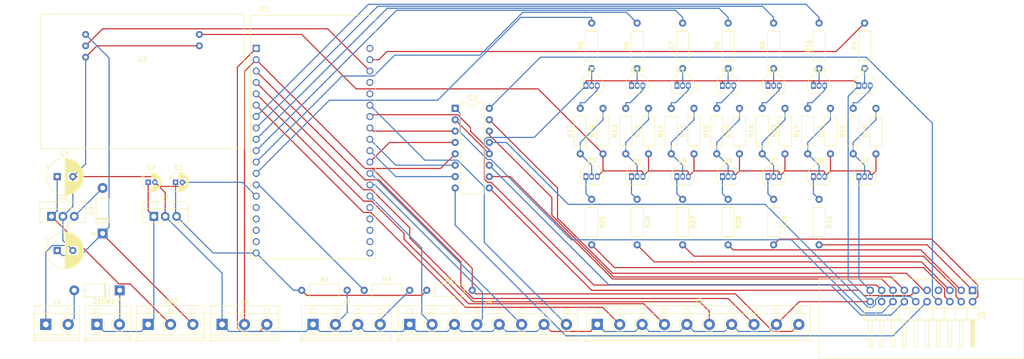
<source format=kicad_pcb>
(kicad_pcb (version 20171130) (host pcbnew 5.1.10)
  (layers (0 F.Cu signal) (31 B.Cu signal) (34 B.Paste user) (35 F.Paste user) (36 B.SilkS user) (37 F.SilkS user) (38 B.Mask user) (39 F.Mask user) (44 Edge.Cuts user))
  (net 0 "")
  (net 1 GND)
  (net 2 "Net-(C1-Pad1)")
  (net 3 "Net-(C2-Pad1)")
  (net 4 "Net-(C3-Pad1)")
  (net 5 "Net-(C4-Pad1)")
  (net 6 "Net-(D1-Pad2)")
  (net 7 "Net-(D1-Pad1)")
  (net 8 "Net-(D2-Pad2)")
  (net 9 "Net-(IC1-Pad7)")
  (net 10 "Net-(IC1-Pad8)")
  (net 11 "Net-(IC1-Pad9)")
  (net 12 "Net-(IC1-Pad10)")
  (net 13 "Net-(IC1-Pad11)")
  (net 14 "Net-(IC1-Pad12)")
  (net 15 "Net-(IC1-Pad13)")
  (net 16 "Net-(IC1-Pad21)")
  (net 17 /shdn)
  (net 18 "Net-(IC1-Pad27)")
  (net 19 "Net-(IC1-Pad28)")
  (net 20 "Net-(IC1-Pad29)")
  (net 21 "Net-(IC1-Pad30)")
  (net 22 /c8)
  (net 23 /c3)
  (net 24 /c9)
  (net 25 /c7)
  (net 26 /c6)
  (net 27 /c4)
  (net 28 /c5)
  (net 29 /c1)
  (net 30 /c2)
  (net 31 /c0)
  (net 32 /a1)
  (net 33 /a2)
  (net 34 /a3)
  (net 35 /a4)
  (net 36 /a5)
  (net 37 /a6)
  (net 38 /da)
  (net 39 "Net-(Q1-Pad2)")
  (net 40 "Net-(Q1-Pad3)")
  (net 41 "Net-(Q2-Pad3)")
  (net 42 "Net-(Q2-Pad2)")
  (net 43 "Net-(Q3-Pad1)")
  (net 44 "Net-(Q3-Pad2)")
  (net 45 "Net-(Q4-Pad2)")
  (net 46 "Net-(Q4-Pad1)")
  (net 47 "Net-(Q5-Pad2)")
  (net 48 "Net-(Q5-Pad1)")
  (net 49 "Net-(Q6-Pad2)")
  (net 50 "Net-(Q6-Pad1)")
  (net 51 "Net-(Q7-Pad1)")
  (net 52 "Net-(Q7-Pad2)")
  (net 53 "Net-(Q8-Pad1)")
  (net 54 "Net-(Q8-Pad2)")
  (net 55 "Net-(Q9-Pad3)")
  (net 56 "Net-(Q9-Pad2)")
  (net 57 "Net-(Q10-Pad2)")
  (net 58 "Net-(Q10-Pad3)")
  (net 59 "Net-(Q11-Pad3)")
  (net 60 "Net-(Q11-Pad2)")
  (net 61 "Net-(Q12-Pad2)")
  (net 62 "Net-(Q12-Pad3)")
  (net 63 "Net-(Q13-Pad3)")
  (net 64 "Net-(Q13-Pad2)")
  (net 65 "Net-(Q14-Pad2)")
  (net 66 "Net-(Q14-Pad3)")
  (net 67 /in_1)
  (net 68 /in_2)
  (net 69 /in_3)
  (net 70 /in_4)
  (net 71 /out_1)
  (net 72 /out_2)
  (net 73 /out_3)
  (net 74 /out_4)
  (net 75 /led_status)
  (net 76 "Net-(J5-Pad2)")
  (net 77 "Net-(IC1-Pad1)")
  (net 78 VCC)
  (module Capacitor_THT:CP_Radial_D8.0mm_P3.50mm (layer F.Cu) (at 26.67 69.85)
    (fp_text reference C3 (at 1.75 -5.25) (layer F.SilkS))
    (fp_text value "100uF 50V")
    (pad 1 thru_hole rect (at 0 0) (size 1.6 1.6) (drill 0.8) (layers *.Cu *.Mask) (net 4 "Net-(C3-Pad1)"))
    (pad 2 thru_hole circle (at 3.5 0) (size 1.6 1.6) (drill 0.8) (layers *.Cu *.Mask) (net 1 GND))
  )
  (module MountingHole:MountingHole_2.7mm_M2.5 (layer F.Cu) (at 237.49 71.12)
    (fp_text reference H4 hide)
    (fp_text value MountingHole)
    (pad 1 np_thru_hole circle (at 0 0) (size 2.7 2.7) (drill 2.7) (layers *.Cu *.Mask))
  )
  (module MountingHole:MountingHole_2.7mm_M2.5 (layer F.Cu) (at 19.05 71.12)
    (fp_text reference H3 hide)
    (fp_text value MountingHole)
    (pad 1 np_thru_hole circle (at 0 0) (size 2.7 2.7) (drill 2.7) (layers *.Cu *.Mask))
  )
  (module MountingHole:MountingHole_2.7mm_M2.5 (layer F.Cu) (at 237.49 19.05)
    (fp_text reference H2 hide)
    (fp_text value MountingHole)
    (pad 1 np_thru_hole circle (at 0 0) (size 2.7 2.7) (drill 2.7) (layers *.Cu *.Mask))
  )
  (module MountingHole:MountingHole_2.7mm_M2.5 (layer F.Cu) (at 19.05 19.05)
    (fp_text reference H1 hide)
    (fp_text value MountingHole)
    (pad 1 np_thru_hole circle (at 0 0) (size 2.7 2.7) (drill 2.7) (layers *.Cu *.Mask))
  )
  (module nixie-clock:PinHeader_2x10_P2.54mm_Horizontal_with_Interlock (layer F.Cu) (at 231.14 78.74 270)
    (fp_text reference J2 (at 5.655 -2.27 90) (layer F.SilkS))
    (fp_text value Nixies-Connector)
    (pad 20 thru_hole oval (at 2.54 22.86 270) (size 1.7 1.7) (drill 1) (layers *.Cu *.Mask) (net 1 GND))
    (pad 19 thru_hole oval (at 0 22.86 270) (size 1.7 1.7) (drill 1) (layers *.Cu *.Mask) (net 38 /da))
    (pad 18 thru_hole oval (at 2.54 20.32 270) (size 1.7 1.7) (drill 1) (layers *.Cu *.Mask))
    (pad 17 thru_hole oval (at 0 20.32 270) (size 1.7 1.7) (drill 1) (layers *.Cu *.Mask) (net 24 /c9))
    (pad 16 thru_hole oval (at 2.54 17.78 270) (size 1.7 1.7) (drill 1) (layers *.Cu *.Mask) (net 22 /c8))
    (pad 15 thru_hole oval (at 0 17.78 270) (size 1.7 1.7) (drill 1) (layers *.Cu *.Mask) (net 25 /c7))
    (pad 14 thru_hole oval (at 2.54 15.24 270) (size 1.7 1.7) (drill 1) (layers *.Cu *.Mask) (net 26 /c6))
    (pad 13 thru_hole oval (at 0 15.24 270) (size 1.7 1.7) (drill 1) (layers *.Cu *.Mask) (net 28 /c5))
    (pad 12 thru_hole oval (at 2.54 12.7 270) (size 1.7 1.7) (drill 1) (layers *.Cu *.Mask) (net 27 /c4))
    (pad 11 thru_hole oval (at 0 12.7 270) (size 1.7 1.7) (drill 1) (layers *.Cu *.Mask) (net 23 /c3))
    (pad 10 thru_hole oval (at 2.54 10.16 270) (size 1.7 1.7) (drill 1) (layers *.Cu *.Mask) (net 30 /c2))
    (pad 9 thru_hole oval (at 0 10.16 270) (size 1.7 1.7) (drill 1) (layers *.Cu *.Mask) (net 29 /c1))
    (pad 8 thru_hole oval (at 2.54 7.62 270) (size 1.7 1.7) (drill 1) (layers *.Cu *.Mask) (net 31 /c0))
    (pad 7 thru_hole oval (at 0 7.62 270) (size 1.7 1.7) (drill 1) (layers *.Cu *.Mask))
    (pad 6 thru_hole oval (at 2.54 5.08 270) (size 1.7 1.7) (drill 1) (layers *.Cu *.Mask) (net 37 /a6))
    (pad 5 thru_hole oval (at 0 5.08 270) (size 1.7 1.7) (drill 1) (layers *.Cu *.Mask) (net 36 /a5))
    (pad 4 thru_hole oval (at 2.54 2.54 270) (size 1.7 1.7) (drill 1) (layers *.Cu *.Mask) (net 35 /a4))
    (pad 3 thru_hole oval (at 0 2.54 270) (size 1.7 1.7) (drill 1) (layers *.Cu *.Mask) (net 34 /a3))
    (pad 2 thru_hole oval (at 2.54 0 270) (size 1.7 1.7) (drill 1) (layers *.Cu *.Mask) (net 33 /a2))
    (pad 1 thru_hole rect (at 0 0 270) (size 1.7 1.7) (drill 1) (layers *.Cu *.Mask) (net 32 /a1))
  )
  (module TerminalBlock_RND:TerminalBlock_RND_205-00013_1x03_P5.00mm_Horizontal (layer F.Cu) (at 63.5 86.36)
    (fp_text reference J6 (at 5 -5.16) (layer F.SilkS))
    (fp_text value power_out)
    (pad 3 thru_hole circle (at 10 0) (size 2.5 2.5) (drill 1.3) (layers *.Cu *.Mask) (net 77 "Net-(IC1-Pad1)"))
    (pad 2 thru_hole circle (at 5 0) (size 2.5 2.5) (drill 1.3) (layers *.Cu *.Mask) (net 78 VCC))
    (pad 1 thru_hole rect (at 0 0) (size 2.5 2.5) (drill 1.3) (layers *.Cu *.Mask) (net 1 GND))
  )
  (module TerminalBlock_RND:TerminalBlock_RND_205-00012_1x02_P5.00mm_Horizontal (layer F.Cu) (at 35.56 86.36)
    (fp_text reference SW1 (at 2.5 -5.16) (layer F.SilkS))
    (fp_text value on/off)
    (pad 2 thru_hole circle (at 5 0) (size 2.5 2.5) (drill 1.3) (layers *.Cu *.Mask) (net 7 "Net-(D1-Pad1)"))
    (pad 1 thru_hole rect (at 0 0) (size 2.5 2.5) (drill 1.3) (layers *.Cu *.Mask) (net 3 "Net-(C2-Pad1)"))
  )
  (module TerminalBlock_RND:TerminalBlock_RND_205-00012_1x02_P5.00mm_Horizontal (layer F.Cu) (at 24.13 86.36)
    (fp_text reference J1 (at 2.5 -5.16) (layer F.SilkS))
    (fp_text value "9/12-35V DC in")
    (pad 2 thru_hole circle (at 5 0) (size 2.5 2.5) (drill 1.3) (layers *.Cu *.Mask) (net 6 "Net-(D1-Pad2)"))
    (pad 1 thru_hole rect (at 0 0) (size 2.5 2.5) (drill 1.3) (layers *.Cu *.Mask) (net 1 GND))
  )
  (module TerminalBlock_RND:TerminalBlock_RND_205-00013_1x03_P5.00mm_Horizontal (layer F.Cu) (at 46.99 86.36)
    (fp_text reference SW2 (at 5 -5.16) (layer F.SilkS))
    (fp_text value "in voltage select")
    (pad 3 thru_hole circle (at 10 0) (size 2.5 2.5) (drill 1.3) (layers *.Cu *.Mask) (net 4 "Net-(C3-Pad1)"))
    (pad 2 thru_hole circle (at 5 0) (size 2.5 2.5) (drill 1.3) (layers *.Cu *.Mask) (net 5 "Net-(C4-Pad1)"))
    (pad 1 thru_hole rect (at 0 0) (size 2.5 2.5) (drill 1.3) (layers *.Cu *.Mask) (net 3 "Net-(C2-Pad1)"))
  )
  (module Resistor_THT:R_Axial_DIN0207_L6.3mm_D2.5mm_P10.16mm_Horizontal (layer F.Cu) (at 176.53 29.21 90)
    (fp_text reference R8 (at 5.08 -2.37 90) (layer F.SilkS))
    (fp_text value 33k)
    (pad 2 thru_hole oval (at 10.16 0 90) (size 1.6 1.6) (drill 0.8) (layers *.Cu *.Mask) (net 11 "Net-(IC1-Pad9)"))
    (pad 1 thru_hole circle (at 0 0 90) (size 1.6 1.6) (drill 0.8) (layers *.Cu *.Mask) (net 61 "Net-(Q12-Pad2)"))
  )
  (module Resistor_THT:R_Axial_DIN0207_L6.3mm_D2.5mm_P10.16mm_Horizontal (layer F.Cu) (at 95.25 78.74)
    (fp_text reference R3 (at 5.08 -2.37) (layer F.SilkS))
    (fp_text value 220R)
    (pad 2 thru_hole oval (at 10.16 0) (size 1.6 1.6) (drill 0.8) (layers *.Cu *.Mask) (net 75 /led_status))
    (pad 1 thru_hole circle (at 0 0) (size 1.6 1.6) (drill 0.8) (layers *.Cu *.Mask) (net 15 "Net-(IC1-Pad13)"))
  )
  (module Resistor_THT:R_Axial_DIN0207_L6.3mm_D2.5mm_P10.16mm_Horizontal (layer F.Cu) (at 81.28 78.74)
    (fp_text reference R2 (at 5.08 -2.37) (layer F.SilkS))
    (fp_text value 220R)
    (pad 2 thru_hole oval (at 10.16 0) (size 1.6 1.6) (drill 0.8) (layers *.Cu *.Mask) (net 76 "Net-(J5-Pad2)"))
    (pad 1 thru_hole circle (at 0 0) (size 1.6 1.6) (drill 0.8) (layers *.Cu *.Mask) (net 2 "Net-(C1-Pad1)"))
  )
  (module TerminalBlock_RND:TerminalBlock_RND_205-00014_1x04_P5.00mm_Horizontal (layer F.Cu) (at 83.82 86.36)
    (fp_text reference J5 (at 7.5 -5.16) (layer F.SilkS))
    (fp_text value LEDs)
    (pad 4 thru_hole circle (at 15 0) (size 2.5 2.5) (drill 1.3) (layers *.Cu *.Mask) (net 75 /led_status))
    (pad 3 thru_hole circle (at 10 0) (size 2.5 2.5) (drill 1.3) (layers *.Cu *.Mask) (net 1 GND))
    (pad 2 thru_hole circle (at 5 0) (size 2.5 2.5) (drill 1.3) (layers *.Cu *.Mask) (net 76 "Net-(J5-Pad2)"))
    (pad 1 thru_hole rect (at 0 0) (size 2.5 2.5) (drill 1.3) (layers *.Cu *.Mask) (net 1 GND))
  )
  (module TerminalBlock_RND:TerminalBlock_RND_205-00018_1x08_P5.00mm_Horizontal (layer F.Cu) (at 105.41 86.36)
    (fp_text reference J4 (at 17.5 -5.16) (layer F.SilkS))
    (fp_text value Output)
    (pad 8 thru_hole circle (at 35 0) (size 2.5 2.5) (drill 1.3) (layers *.Cu *.Mask) (net 71 /out_1))
    (pad 7 thru_hole circle (at 30 0) (size 2.5 2.5) (drill 1.3) (layers *.Cu *.Mask) (net 1 GND))
    (pad 6 thru_hole circle (at 25 0) (size 2.5 2.5) (drill 1.3) (layers *.Cu *.Mask) (net 72 /out_2))
    (pad 5 thru_hole circle (at 20 0) (size 2.5 2.5) (drill 1.3) (layers *.Cu *.Mask) (net 1 GND))
    (pad 4 thru_hole circle (at 15 0) (size 2.5 2.5) (drill 1.3) (layers *.Cu *.Mask) (net 73 /out_3))
    (pad 3 thru_hole circle (at 10 0) (size 2.5 2.5) (drill 1.3) (layers *.Cu *.Mask) (net 1 GND))
    (pad 2 thru_hole circle (at 5 0) (size 2.5 2.5) (drill 1.3) (layers *.Cu *.Mask) (net 74 /out_4))
    (pad 1 thru_hole rect (at 0 0) (size 2.5 2.5) (drill 1.3) (layers *.Cu *.Mask) (net 1 GND))
  )
  (module TerminalBlock_RND:TerminalBlock_RND_205-00020_1x10_P5.00mm_Horizontal (layer F.Cu) (at 147.32 86.36)
    (fp_text reference J3 (at 22.5 -5.16) (layer F.SilkS))
    (fp_text value Input)
    (pad 10 thru_hole circle (at 45 0) (size 2.5 2.5) (drill 1.3) (layers *.Cu *.Mask) (net 78 VCC))
    (pad 9 thru_hole circle (at 40 0) (size 2.5 2.5) (drill 1.3) (layers *.Cu *.Mask) (net 1 GND))
    (pad 8 thru_hole circle (at 35 0) (size 2.5 2.5) (drill 1.3) (layers *.Cu *.Mask) (net 67 /in_1))
    (pad 7 thru_hole circle (at 30 0) (size 2.5 2.5) (drill 1.3) (layers *.Cu *.Mask) (net 1 GND))
    (pad 6 thru_hole circle (at 25 0) (size 2.5 2.5) (drill 1.3) (layers *.Cu *.Mask) (net 68 /in_2))
    (pad 5 thru_hole circle (at 20 0) (size 2.5 2.5) (drill 1.3) (layers *.Cu *.Mask) (net 1 GND))
    (pad 4 thru_hole circle (at 15 0) (size 2.5 2.5) (drill 1.3) (layers *.Cu *.Mask) (net 69 /in_3))
    (pad 3 thru_hole circle (at 10 0) (size 2.5 2.5) (drill 1.3) (layers *.Cu *.Mask) (net 1 GND))
    (pad 2 thru_hole circle (at 5 0) (size 2.5 2.5) (drill 1.3) (layers *.Cu *.Mask) (net 70 /in_4))
    (pad 1 thru_hole rect (at 0 0) (size 2.5 2.5) (drill 1.3) (layers *.Cu *.Mask) (net 1 GND))
  )
  (module Package_TO_SOT_THT:TO-92_Inline (layer F.Cu) (at 144.78 53.34)
    (fp_text reference Q3 (at 1.27 -3.56) (layer F.SilkS))
    (fp_text value MPSA92)
    (pad 1 thru_hole rect (at 0 0) (size 1.05 1.5) (drill 0.75) (layers *.Cu *.Mask) (net 43 "Net-(Q3-Pad1)"))
    (pad 3 thru_hole oval (at 2.54 0) (size 1.05 1.5) (drill 0.75) (layers *.Cu *.Mask) (net 41 "Net-(Q2-Pad3)"))
    (pad 2 thru_hole oval (at 1.27 0) (size 1.05 1.5) (drill 0.75) (layers *.Cu *.Mask) (net 44 "Net-(Q3-Pad2)"))
  )
  (module Capacitor_THT:CP_Radial_D4.0mm_P1.50mm (layer F.Cu) (at 53.11 54.61)
    (fp_text reference C1 (at 0.75 -3.25) (layer F.SilkS))
    (fp_text value 10uF)
    (pad 2 thru_hole circle (at 1.5 0) (size 1.2 1.2) (drill 0.6) (layers *.Cu *.Mask) (net 1 GND))
    (pad 1 thru_hole rect (at 0 0) (size 1.2 1.2) (drill 0.6) (layers *.Cu *.Mask) (net 2 "Net-(C1-Pad1)"))
  )
  (module Capacitor_THT:CP_Radial_D4.0mm_P1.50mm (layer F.Cu) (at 46.99 54.61)
    (fp_text reference C2 (at 0.75 -3.25) (layer F.SilkS))
    (fp_text value 10uF)
    (pad 1 thru_hole rect (at 0 0) (size 1.2 1.2) (drill 0.6) (layers *.Cu *.Mask) (net 3 "Net-(C2-Pad1)"))
    (pad 2 thru_hole circle (at 1.5 0) (size 1.2 1.2) (drill 0.6) (layers *.Cu *.Mask) (net 1 GND))
  )
  (module Capacitor_THT:CP_Radial_D8.0mm_P3.50mm (layer F.Cu) (at 26.67 53.34)
    (fp_text reference C4 (at 1.75 -5.25) (layer F.SilkS))
    (fp_text value "100uF 50V")
    (pad 2 thru_hole circle (at 3.5 0) (size 1.6 1.6) (drill 0.8) (layers *.Cu *.Mask) (net 1 GND))
    (pad 1 thru_hole rect (at 0 0) (size 1.6 1.6) (drill 0.8) (layers *.Cu *.Mask) (net 5 "Net-(C4-Pad1)"))
  )
  (module Diode_THT:D_DO-41_SOD81_P10.16mm_Horizontal (layer F.Cu) (at 40.64 78.74 180)
    (fp_text reference D1 (at 5.08 -2.47) (layer F.SilkS))
    (fp_text value 1N4001)
    (fp_text user K (at 0 -2.1) (layer F.SilkS))
    (pad 2 thru_hole oval (at 10.16 0 180) (size 2.2 2.2) (drill 1.1) (layers *.Cu *.Mask) (net 6 "Net-(D1-Pad2)"))
    (pad 1 thru_hole rect (at 0 0 180) (size 2.2 2.2) (drill 1.1) (layers *.Cu *.Mask) (net 7 "Net-(D1-Pad1)"))
  )
  (module Diode_THT:D_DO-41_SOD81_P10.16mm_Horizontal (layer F.Cu) (at 36.83 66.04 90)
    (fp_text reference D2 (at 5.08 -2.47 90) (layer F.SilkS))
    (fp_text value 1N4001)
    (fp_text user K (at 0 -2.1 90) (layer F.SilkS))
    (pad 1 thru_hole rect (at 0 0 90) (size 2.2 2.2) (drill 1.1) (layers *.Cu *.Mask) (net 4 "Net-(C3-Pad1)"))
    (pad 2 thru_hole oval (at 10.16 0 90) (size 2.2 2.2) (drill 1.1) (layers *.Cu *.Mask) (net 8 "Net-(D2-Pad2)"))
  )
  (module ESP32-DEVKITC-32D:MODULE_ESP32-DEVKITC-32D (layer F.Cu) (at 83.82 44.45)
    (fp_text reference IC1 (at -10.829175 -28.446045) (layer F.SilkS) (effects (font (size 1.000386 1.000386))))
    (fp_text value ESP32-DEVKITC-V4)
    (pad 1 thru_hole rect (at -12.7 -19.76) (size 1.56 1.56) (drill 1.04) (layers *.Cu *.Mask) (net 77 "Net-(IC1-Pad1)"))
    (pad 2 thru_hole circle (at -12.7 -17.22) (size 1.56 1.56) (drill 1.04) (layers *.Cu *.Mask) (net 78 VCC))
    (pad 19 thru_hole circle (at -12.7 25.96) (size 1.56 1.56) (drill 1.04) (layers *.Cu *.Mask) (net 2 "Net-(C1-Pad1)"))
    (pad 3 thru_hole circle (at -12.7 -14.68) (size 1.56 1.56) (drill 1.04) (layers *.Cu *.Mask) (net 67 /in_1))
    (pad 4 thru_hole circle (at -12.7 -12.14) (size 1.56 1.56) (drill 1.04) (layers *.Cu *.Mask) (net 68 /in_2))
    (pad 5 thru_hole circle (at -12.7 -9.6) (size 1.56 1.56) (drill 1.04) (layers *.Cu *.Mask) (net 69 /in_3))
    (pad 6 thru_hole circle (at -12.7 -7.06) (size 1.56 1.56) (drill 1.04) (layers *.Cu *.Mask) (net 70 /in_4))
    (pad 7 thru_hole circle (at -12.7 -4.52) (size 1.56 1.56) (drill 1.04) (layers *.Cu *.Mask) (net 9 "Net-(IC1-Pad7)"))
    (pad 8 thru_hole circle (at -12.7 -1.98) (size 1.56 1.56) (drill 1.04) (layers *.Cu *.Mask) (net 10 "Net-(IC1-Pad8)"))
    (pad 9 thru_hole circle (at -12.7 0.56) (size 1.56 1.56) (drill 1.04) (layers *.Cu *.Mask) (net 11 "Net-(IC1-Pad9)"))
    (pad 10 thru_hole circle (at -12.7 3.1) (size 1.56 1.56) (drill 1.04) (layers *.Cu *.Mask) (net 12 "Net-(IC1-Pad10)"))
    (pad 11 thru_hole circle (at -12.7 5.64) (size 1.56 1.56) (drill 1.04) (layers *.Cu *.Mask) (net 13 "Net-(IC1-Pad11)"))
    (pad 12 thru_hole circle (at -12.7 8.18) (size 1.56 1.56) (drill 1.04) (layers *.Cu *.Mask) (net 14 "Net-(IC1-Pad12)"))
    (pad 13 thru_hole circle (at -12.7 10.72) (size 1.56 1.56) (drill 1.04) (layers *.Cu *.Mask) (net 15 "Net-(IC1-Pad13)"))
    (pad 14 thru_hole circle (at -12.7 13.26) (size 1.56 1.56) (drill 1.04) (layers *.Cu *.Mask) (net 1 GND))
    (pad 15 thru_hole circle (at -12.7 15.8) (size 1.56 1.56) (drill 1.04) (layers *.Cu *.Mask))
    (pad 16 thru_hole circle (at -12.7 18.34) (size 1.56 1.56) (drill 1.04) (layers *.Cu *.Mask))
    (pad 17 thru_hole circle (at -12.7 20.88) (size 1.56 1.56) (drill 1.04) (layers *.Cu *.Mask))
    (pad 18 thru_hole circle (at -12.7 23.42) (size 1.56 1.56) (drill 1.04) (layers *.Cu *.Mask))
    (pad 20 thru_hole circle (at 12.7 -19.76) (size 1.56 1.56) (drill 1.04) (layers *.Cu *.Mask))
    (pad 21 thru_hole circle (at 12.7 -17.22) (size 1.56 1.56) (drill 1.04) (layers *.Cu *.Mask) (net 16 "Net-(IC1-Pad21)"))
    (pad 22 thru_hole circle (at 12.7 -14.68) (size 1.56 1.56) (drill 1.04) (layers *.Cu *.Mask) (net 17 /shdn))
    (pad 23 thru_hole circle (at 12.7 -12.14) (size 1.56 1.56) (drill 1.04) (layers *.Cu *.Mask))
    (pad 24 thru_hole circle (at 12.7 -9.6) (size 1.56 1.56) (drill 1.04) (layers *.Cu *.Mask))
    (pad 25 thru_hole circle (at 12.7 -7.06) (size 1.56 1.56) (drill 1.04) (layers *.Cu *.Mask) (net 71 /out_1))
    (pad 26 thru_hole circle (at 12.7 -4.52) (size 1.56 1.56) (drill 1.04) (layers *.Cu *.Mask) (net 1 GND))
    (pad 27 thru_hole circle (at 12.7 -1.98) (size 1.56 1.56) (drill 1.04) (layers *.Cu *.Mask) (net 18 "Net-(IC1-Pad27)"))
    (pad 28 thru_hole circle (at 12.7 0.56) (size 1.56 1.56) (drill 1.04) (layers *.Cu *.Mask) (net 19 "Net-(IC1-Pad28)"))
    (pad 29 thru_hole circle (at 12.7 3.1) (size 1.56 1.56) (drill 1.04) (layers *.Cu *.Mask) (net 20 "Net-(IC1-Pad29)"))
    (pad 30 thru_hole circle (at 12.7 5.64) (size 1.56 1.56) (drill 1.04) (layers *.Cu *.Mask) (net 21 "Net-(IC1-Pad30)"))
    (pad 31 thru_hole circle (at 12.7 8.18) (size 1.56 1.56) (drill 1.04) (layers *.Cu *.Mask) (net 72 /out_2))
    (pad 32 thru_hole circle (at 12.7 10.72) (size 1.56 1.56) (drill 1.04) (layers *.Cu *.Mask) (net 73 /out_3))
    (pad 33 thru_hole circle (at 12.7 13.26) (size 1.56 1.56) (drill 1.04) (layers *.Cu *.Mask) (net 74 /out_4))
    (pad 34 thru_hole circle (at 12.7 15.8) (size 1.56 1.56) (drill 1.04) (layers *.Cu *.Mask))
    (pad 35 thru_hole circle (at 12.7 18.34) (size 1.56 1.56) (drill 1.04) (layers *.Cu *.Mask))
    (pad 36 thru_hole circle (at 12.7 20.88) (size 1.56 1.56) (drill 1.04) (layers *.Cu *.Mask))
    (pad 37 thru_hole circle (at 12.7 23.42) (size 1.56 1.56) (drill 1.04) (layers *.Cu *.Mask))
    (pad 38 thru_hole circle (at 12.7 25.96) (size 1.56 1.56) (drill 1.04) (layers *.Cu *.Mask))
  )
  (module Package_DIP:DIP-16_W7.62mm (layer F.Cu) (at 115.57 38.1)
    (fp_text reference IC2 (at 3.81 -2.33) (layer F.SilkS))
    (fp_text value 74141)
    (pad 1 thru_hole rect (at 0 0) (size 1.6 1.6) (drill 0.8) (layers *.Cu *.Mask) (net 22 /c8))
    (pad 9 thru_hole oval (at 7.62 17.78) (size 1.6 1.6) (drill 0.8) (layers *.Cu *.Mask) (net 23 /c3))
    (pad 2 thru_hole oval (at 0 2.54) (size 1.6 1.6) (drill 0.8) (layers *.Cu *.Mask) (net 24 /c9))
    (pad 10 thru_hole oval (at 7.62 15.24) (size 1.6 1.6) (drill 0.8) (layers *.Cu *.Mask) (net 25 /c7))
    (pad 3 thru_hole oval (at 0 5.08) (size 1.6 1.6) (drill 0.8) (layers *.Cu *.Mask) (net 18 "Net-(IC1-Pad27)"))
    (pad 11 thru_hole oval (at 7.62 12.7) (size 1.6 1.6) (drill 0.8) (layers *.Cu *.Mask) (net 26 /c6))
    (pad 4 thru_hole oval (at 0 7.62) (size 1.6 1.6) (drill 0.8) (layers *.Cu *.Mask) (net 21 "Net-(IC1-Pad30)"))
    (pad 12 thru_hole oval (at 7.62 10.16) (size 1.6 1.6) (drill 0.8) (layers *.Cu *.Mask) (net 1 GND))
    (pad 5 thru_hole oval (at 0 10.16) (size 1.6 1.6) (drill 0.8) (layers *.Cu *.Mask) (net 78 VCC))
    (pad 13 thru_hole oval (at 7.62 7.62) (size 1.6 1.6) (drill 0.8) (layers *.Cu *.Mask) (net 27 /c4))
    (pad 6 thru_hole oval (at 0 12.7) (size 1.6 1.6) (drill 0.8) (layers *.Cu *.Mask) (net 19 "Net-(IC1-Pad28)"))
    (pad 14 thru_hole oval (at 7.62 5.08) (size 1.6 1.6) (drill 0.8) (layers *.Cu *.Mask) (net 28 /c5))
    (pad 7 thru_hole oval (at 0 15.24) (size 1.6 1.6) (drill 0.8) (layers *.Cu *.Mask) (net 20 "Net-(IC1-Pad29)"))
    (pad 15 thru_hole oval (at 7.62 2.54) (size 1.6 1.6) (drill 0.8) (layers *.Cu *.Mask) (net 29 /c1))
    (pad 8 thru_hole oval (at 0 17.78) (size 1.6 1.6) (drill 0.8) (layers *.Cu *.Mask) (net 30 /c2))
    (pad 16 thru_hole oval (at 7.62 0) (size 1.6 1.6) (drill 0.8) (layers *.Cu *.Mask) (net 31 /c0))
  )
  (module Package_TO_SOT_THT:TO-92_Inline (layer F.Cu) (at 205.74 33.02)
    (fp_text reference Q1 (at 1.27 -3.56) (layer F.SilkS))
    (fp_text value MPSA42)
    (pad 2 thru_hole oval (at 1.27 0) (size 1.05 1.5) (drill 0.75) (layers *.Cu *.Mask) (net 39 "Net-(Q1-Pad2)"))
    (pad 3 thru_hole oval (at 2.54 0) (size 1.05 1.5) (drill 0.75) (layers *.Cu *.Mask) (net 40 "Net-(Q1-Pad3)"))
    (pad 1 thru_hole rect (at 0 0) (size 1.05 1.5) (drill 0.75) (layers *.Cu *.Mask) (net 1 GND))
  )
  (module Package_TO_SOT_THT:TO-92_Inline (layer F.Cu) (at 205.74 53.34)
    (fp_text reference Q2 (at 1.27 -3.56) (layer F.SilkS))
    (fp_text value MPSA92)
    (pad 1 thru_hole rect (at 0 0) (size 1.05 1.5) (drill 0.75) (layers *.Cu *.Mask) (net 38 /da))
    (pad 3 thru_hole oval (at 2.54 0) (size 1.05 1.5) (drill 0.75) (layers *.Cu *.Mask) (net 41 "Net-(Q2-Pad3)"))
    (pad 2 thru_hole oval (at 1.27 0) (size 1.05 1.5) (drill 0.75) (layers *.Cu *.Mask) (net 42 "Net-(Q2-Pad2)"))
  )
  (module Package_TO_SOT_THT:TO-92_Inline (layer F.Cu) (at 154.94 53.34)
    (fp_text reference Q4 (at 1.27 -3.56) (layer F.SilkS))
    (fp_text value MPSA92)
    (pad 2 thru_hole oval (at 1.27 0) (size 1.05 1.5) (drill 0.75) (layers *.Cu *.Mask) (net 45 "Net-(Q4-Pad2)"))
    (pad 3 thru_hole oval (at 2.54 0) (size 1.05 1.5) (drill 0.75) (layers *.Cu *.Mask) (net 41 "Net-(Q2-Pad3)"))
    (pad 1 thru_hole rect (at 0 0) (size 1.05 1.5) (drill 0.75) (layers *.Cu *.Mask) (net 46 "Net-(Q4-Pad1)"))
  )
  (module Package_TO_SOT_THT:TO-92_Inline (layer F.Cu) (at 165.1 53.34)
    (fp_text reference Q5 (at 1.27 -3.56) (layer F.SilkS))
    (fp_text value MPSA92)
    (pad 2 thru_hole oval (at 1.27 0) (size 1.05 1.5) (drill 0.75) (layers *.Cu *.Mask) (net 47 "Net-(Q5-Pad2)"))
    (pad 3 thru_hole oval (at 2.54 0) (size 1.05 1.5) (drill 0.75) (layers *.Cu *.Mask) (net 41 "Net-(Q2-Pad3)"))
    (pad 1 thru_hole rect (at 0 0) (size 1.05 1.5) (drill 0.75) (layers *.Cu *.Mask) (net 48 "Net-(Q5-Pad1)"))
  )
  (module Package_TO_SOT_THT:TO-92_Inline (layer F.Cu) (at 175.26 53.34)
    (fp_text reference Q6 (at 1.27 -3.56) (layer F.SilkS))
    (fp_text value MPSA92)
    (pad 2 thru_hole oval (at 1.27 0) (size 1.05 1.5) (drill 0.75) (layers *.Cu *.Mask) (net 49 "Net-(Q6-Pad2)"))
    (pad 3 thru_hole oval (at 2.54 0) (size 1.05 1.5) (drill 0.75) (layers *.Cu *.Mask) (net 41 "Net-(Q2-Pad3)"))
    (pad 1 thru_hole rect (at 0 0) (size 1.05 1.5) (drill 0.75) (layers *.Cu *.Mask) (net 50 "Net-(Q6-Pad1)"))
  )
  (module Package_TO_SOT_THT:TO-92_Inline (layer F.Cu) (at 185.42 53.34)
    (fp_text reference Q7 (at 1.27 -3.56) (layer F.SilkS))
    (fp_text value MPSA92)
    (pad 1 thru_hole rect (at 0 0) (size 1.05 1.5) (drill 0.75) (layers *.Cu *.Mask) (net 51 "Net-(Q7-Pad1)"))
    (pad 3 thru_hole oval (at 2.54 0) (size 1.05 1.5) (drill 0.75) (layers *.Cu *.Mask) (net 41 "Net-(Q2-Pad3)"))
    (pad 2 thru_hole oval (at 1.27 0) (size 1.05 1.5) (drill 0.75) (layers *.Cu *.Mask) (net 52 "Net-(Q7-Pad2)"))
  )
  (module Package_TO_SOT_THT:TO-92_Inline (layer F.Cu) (at 195.58 53.34)
    (fp_text reference Q8 (at 1.27 -3.56) (layer F.SilkS))
    (fp_text value MPSA92)
    (pad 1 thru_hole rect (at 0 0) (size 1.05 1.5) (drill 0.75) (layers *.Cu *.Mask) (net 53 "Net-(Q8-Pad1)"))
    (pad 3 thru_hole oval (at 2.54 0) (size 1.05 1.5) (drill 0.75) (layers *.Cu *.Mask) (net 41 "Net-(Q2-Pad3)"))
    (pad 2 thru_hole oval (at 1.27 0) (size 1.05 1.5) (drill 0.75) (layers *.Cu *.Mask) (net 54 "Net-(Q8-Pad2)"))
  )
  (module Package_TO_SOT_THT:TO-92_Inline (layer F.Cu) (at 144.78 33.02)
    (fp_text reference Q9 (at 1.27 -3.56) (layer F.SilkS))
    (fp_text value MPSA42)
    (pad 1 thru_hole rect (at 0 0) (size 1.05 1.5) (drill 0.75) (layers *.Cu *.Mask) (net 1 GND))
    (pad 3 thru_hole oval (at 2.54 0) (size 1.05 1.5) (drill 0.75) (layers *.Cu *.Mask) (net 55 "Net-(Q9-Pad3)"))
    (pad 2 thru_hole oval (at 1.27 0) (size 1.05 1.5) (drill 0.75) (layers *.Cu *.Mask) (net 56 "Net-(Q9-Pad2)"))
  )
  (module Package_TO_SOT_THT:TO-92_Inline (layer F.Cu) (at 154.94 33.02)
    (fp_text reference Q10 (at 1.27 -3.56) (layer F.SilkS))
    (fp_text value MPSA42)
    (pad 2 thru_hole oval (at 1.27 0) (size 1.05 1.5) (drill 0.75) (layers *.Cu *.Mask) (net 57 "Net-(Q10-Pad2)"))
    (pad 3 thru_hole oval (at 2.54 0) (size 1.05 1.5) (drill 0.75) (layers *.Cu *.Mask) (net 58 "Net-(Q10-Pad3)"))
    (pad 1 thru_hole rect (at 0 0) (size 1.05 1.5) (drill 0.75) (layers *.Cu *.Mask) (net 1 GND))
  )
  (module Package_TO_SOT_THT:TO-92_Inline (layer F.Cu) (at 165.1 33.02)
    (fp_text reference Q11 (at 1.27 -3.56) (layer F.SilkS))
    (fp_text value MPSA42)
    (pad 1 thru_hole rect (at 0 0) (size 1.05 1.5) (drill 0.75) (layers *.Cu *.Mask) (net 1 GND))
    (pad 3 thru_hole oval (at 2.54 0) (size 1.05 1.5) (drill 0.75) (layers *.Cu *.Mask) (net 59 "Net-(Q11-Pad3)"))
    (pad 2 thru_hole oval (at 1.27 0) (size 1.05 1.5) (drill 0.75) (layers *.Cu *.Mask) (net 60 "Net-(Q11-Pad2)"))
  )
  (module Package_TO_SOT_THT:TO-92_Inline (layer F.Cu) (at 175.26 33.02)
    (fp_text reference Q12 (at 1.27 -3.56) (layer F.SilkS))
    (fp_text value MPSA42)
    (pad 2 thru_hole oval (at 1.27 0) (size 1.05 1.5) (drill 0.75) (layers *.Cu *.Mask) (net 61 "Net-(Q12-Pad2)"))
    (pad 3 thru_hole oval (at 2.54 0) (size 1.05 1.5) (drill 0.75) (layers *.Cu *.Mask) (net 62 "Net-(Q12-Pad3)"))
    (pad 1 thru_hole rect (at 0 0) (size 1.05 1.5) (drill 0.75) (layers *.Cu *.Mask) (net 1 GND))
  )
  (module Package_TO_SOT_THT:TO-92_Inline (layer F.Cu) (at 185.42 33.02)
    (fp_text reference Q13 (at 1.27 -3.56) (layer F.SilkS))
    (fp_text value MPSA42)
    (pad 1 thru_hole rect (at 0 0) (size 1.05 1.5) (drill 0.75) (layers *.Cu *.Mask) (net 1 GND))
    (pad 3 thru_hole oval (at 2.54 0) (size 1.05 1.5) (drill 0.75) (layers *.Cu *.Mask) (net 63 "Net-(Q13-Pad3)"))
    (pad 2 thru_hole oval (at 1.27 0) (size 1.05 1.5) (drill 0.75) (layers *.Cu *.Mask) (net 64 "Net-(Q13-Pad2)"))
  )
  (module Package_TO_SOT_THT:TO-92_Inline (layer F.Cu) (at 195.58 33.02)
    (fp_text reference Q14 (at 1.27 -3.56) (layer F.SilkS))
    (fp_text value MPSA42)
    (pad 2 thru_hole oval (at 1.27 0) (size 1.05 1.5) (drill 0.75) (layers *.Cu *.Mask) (net 65 "Net-(Q14-Pad2)"))
    (pad 3 thru_hole oval (at 2.54 0) (size 1.05 1.5) (drill 0.75) (layers *.Cu *.Mask) (net 66 "Net-(Q14-Pad3)"))
    (pad 1 thru_hole rect (at 0 0) (size 1.05 1.5) (drill 0.75) (layers *.Cu *.Mask) (net 1 GND))
  )
  (module Resistor_THT:R_Axial_DIN0207_L6.3mm_D2.5mm_P10.16mm_Horizontal (layer F.Cu) (at 109.22 78.74)
    (fp_text reference R1 (at 5.08 -2.37) (layer F.SilkS))
    (fp_text value 1k)
    (pad 2 thru_hole oval (at 10.16 0) (size 1.6 1.6) (drill 0.8) (layers *.Cu *.Mask) (net 78 VCC))
    (pad 1 thru_hole circle (at 0 0) (size 1.6 1.6) (drill 0.8) (layers *.Cu *.Mask) (net 2 "Net-(C1-Pad1)"))
  )
  (module Resistor_THT:R_Axial_DIN0207_L6.3mm_D2.5mm_P10.16mm_Horizontal (layer F.Cu) (at 207.01 29.21 90)
    (fp_text reference R4 (at 5.08 -2.37 90) (layer F.SilkS))
    (fp_text value 33k)
    (pad 1 thru_hole circle (at 0 0 90) (size 1.6 1.6) (drill 0.8) (layers *.Cu *.Mask) (net 39 "Net-(Q1-Pad2)"))
    (pad 2 thru_hole oval (at 10.16 0 90) (size 1.6 1.6) (drill 0.8) (layers *.Cu *.Mask) (net 16 "Net-(IC1-Pad21)"))
  )
  (module Resistor_THT:R_Axial_DIN0207_L6.3mm_D2.5mm_P10.16mm_Horizontal (layer F.Cu) (at 146.05 29.21 90)
    (fp_text reference R5 (at 5.08 -2.37 90) (layer F.SilkS))
    (fp_text value 33k)
    (pad 2 thru_hole oval (at 10.16 0 90) (size 1.6 1.6) (drill 0.8) (layers *.Cu *.Mask) (net 14 "Net-(IC1-Pad12)"))
    (pad 1 thru_hole circle (at 0 0 90) (size 1.6 1.6) (drill 0.8) (layers *.Cu *.Mask) (net 56 "Net-(Q9-Pad2)"))
  )
  (module Resistor_THT:R_Axial_DIN0207_L6.3mm_D2.5mm_P10.16mm_Horizontal (layer F.Cu) (at 156.21 29.21 90)
    (fp_text reference R6 (at 5.08 -2.37 90) (layer F.SilkS))
    (fp_text value 33k)
    (pad 1 thru_hole circle (at 0 0 90) (size 1.6 1.6) (drill 0.8) (layers *.Cu *.Mask) (net 57 "Net-(Q10-Pad2)"))
    (pad 2 thru_hole oval (at 10.16 0 90) (size 1.6 1.6) (drill 0.8) (layers *.Cu *.Mask) (net 13 "Net-(IC1-Pad11)"))
  )
  (module Resistor_THT:R_Axial_DIN0207_L6.3mm_D2.5mm_P10.16mm_Horizontal (layer F.Cu) (at 166.37 29.21 90)
    (fp_text reference R7 (at 5.08 -2.37 90) (layer F.SilkS))
    (fp_text value 33k)
    (pad 2 thru_hole oval (at 10.16 0 90) (size 1.6 1.6) (drill 0.8) (layers *.Cu *.Mask) (net 12 "Net-(IC1-Pad10)"))
    (pad 1 thru_hole circle (at 0 0 90) (size 1.6 1.6) (drill 0.8) (layers *.Cu *.Mask) (net 60 "Net-(Q11-Pad2)"))
  )
  (module Resistor_THT:R_Axial_DIN0207_L6.3mm_D2.5mm_P10.16mm_Horizontal (layer F.Cu) (at 186.69 29.21 90)
    (fp_text reference R9 (at 5.08 -2.37 90) (layer F.SilkS))
    (fp_text value 33k)
    (pad 1 thru_hole circle (at 0 0 90) (size 1.6 1.6) (drill 0.8) (layers *.Cu *.Mask) (net 64 "Net-(Q13-Pad2)"))
    (pad 2 thru_hole oval (at 10.16 0 90) (size 1.6 1.6) (drill 0.8) (layers *.Cu *.Mask) (net 10 "Net-(IC1-Pad8)"))
  )
  (module Resistor_THT:R_Axial_DIN0207_L6.3mm_D2.5mm_P10.16mm_Horizontal (layer F.Cu) (at 196.85 29.21 90)
    (fp_text reference R10 (at 5.08 -2.37 90) (layer F.SilkS))
    (fp_text value 33k)
    (pad 1 thru_hole circle (at 0 0 90) (size 1.6 1.6) (drill 0.8) (layers *.Cu *.Mask) (net 65 "Net-(Q14-Pad2)"))
    (pad 2 thru_hole oval (at 10.16 0 90) (size 1.6 1.6) (drill 0.8) (layers *.Cu *.Mask) (net 9 "Net-(IC1-Pad7)"))
  )
  (module Resistor_THT:R_Axial_DIN0207_L6.3mm_D2.5mm_P10.16mm_Horizontal (layer F.Cu) (at 204.47 48.26 90)
    (fp_text reference R11 (at 5.08 -2.37 90) (layer F.SilkS))
    (fp_text value 470k)
    (pad 2 thru_hole oval (at 10.16 0 90) (size 1.6 1.6) (drill 0.8) (layers *.Cu *.Mask) (net 40 "Net-(Q1-Pad3)"))
    (pad 1 thru_hole circle (at 0 0 90) (size 1.6 1.6) (drill 0.8) (layers *.Cu *.Mask) (net 42 "Net-(Q2-Pad2)"))
  )
  (module Resistor_THT:R_Axial_DIN0207_L6.3mm_D2.5mm_P10.16mm_Horizontal (layer F.Cu) (at 143.51 48.26 90)
    (fp_text reference R12 (at 5.08 -2.37 90) (layer F.SilkS))
    (fp_text value 470k)
    (pad 1 thru_hole circle (at 0 0 90) (size 1.6 1.6) (drill 0.8) (layers *.Cu *.Mask) (net 44 "Net-(Q3-Pad2)"))
    (pad 2 thru_hole oval (at 10.16 0 90) (size 1.6 1.6) (drill 0.8) (layers *.Cu *.Mask) (net 55 "Net-(Q9-Pad3)"))
  )
  (module Resistor_THT:R_Axial_DIN0207_L6.3mm_D2.5mm_P10.16mm_Horizontal (layer F.Cu) (at 153.67 48.26 90)
    (fp_text reference R13 (at 5.08 -2.37 90) (layer F.SilkS))
    (fp_text value 470k)
    (pad 1 thru_hole circle (at 0 0 90) (size 1.6 1.6) (drill 0.8) (layers *.Cu *.Mask) (net 45 "Net-(Q4-Pad2)"))
    (pad 2 thru_hole oval (at 10.16 0 90) (size 1.6 1.6) (drill 0.8) (layers *.Cu *.Mask) (net 58 "Net-(Q10-Pad3)"))
  )
  (module Resistor_THT:R_Axial_DIN0207_L6.3mm_D2.5mm_P10.16mm_Horizontal (layer F.Cu) (at 163.83 48.26 90)
    (fp_text reference R14 (at 5.08 -2.37 90) (layer F.SilkS))
    (fp_text value 470k)
    (pad 1 thru_hole circle (at 0 0 90) (size 1.6 1.6) (drill 0.8) (layers *.Cu *.Mask) (net 47 "Net-(Q5-Pad2)"))
    (pad 2 thru_hole oval (at 10.16 0 90) (size 1.6 1.6) (drill 0.8) (layers *.Cu *.Mask) (net 59 "Net-(Q11-Pad3)"))
  )
  (module Resistor_THT:R_Axial_DIN0207_L6.3mm_D2.5mm_P10.16mm_Horizontal (layer F.Cu) (at 173.99 48.26 90)
    (fp_text reference R15 (at 5.08 -2.37 90) (layer F.SilkS))
    (fp_text value 470k)
    (pad 2 thru_hole oval (at 10.16 0 90) (size 1.6 1.6) (drill 0.8) (layers *.Cu *.Mask) (net 62 "Net-(Q12-Pad3)"))
    (pad 1 thru_hole circle (at 0 0 90) (size 1.6 1.6) (drill 0.8) (layers *.Cu *.Mask) (net 49 "Net-(Q6-Pad2)"))
  )
  (module Resistor_THT:R_Axial_DIN0207_L6.3mm_D2.5mm_P10.16mm_Horizontal (layer F.Cu) (at 184.15 48.26 90)
    (fp_text reference R16 (at 5.08 -2.37 90) (layer F.SilkS))
    (fp_text value 470k)
    (pad 2 thru_hole oval (at 10.16 0 90) (size 1.6 1.6) (drill 0.8) (layers *.Cu *.Mask) (net 63 "Net-(Q13-Pad3)"))
    (pad 1 thru_hole circle (at 0 0 90) (size 1.6 1.6) (drill 0.8) (layers *.Cu *.Mask) (net 52 "Net-(Q7-Pad2)"))
  )
  (module Resistor_THT:R_Axial_DIN0207_L6.3mm_D2.5mm_P10.16mm_Horizontal (layer F.Cu) (at 194.31 48.26 90)
    (fp_text reference R17 (at 5.08 -2.37 90) (layer F.SilkS))
    (fp_text value 470k)
    (pad 1 thru_hole circle (at 0 0 90) (size 1.6 1.6) (drill 0.8) (layers *.Cu *.Mask) (net 54 "Net-(Q8-Pad2)"))
    (pad 2 thru_hole oval (at 10.16 0 90) (size 1.6 1.6) (drill 0.8) (layers *.Cu *.Mask) (net 66 "Net-(Q14-Pad3)"))
  )
  (module Resistor_THT:R_Axial_DIN0207_L6.3mm_D2.5mm_P10.16mm_Horizontal (layer F.Cu) (at 209.55 48.26 90)
    (fp_text reference R18 (at 5.08 -2.37 90) (layer F.SilkS))
    (fp_text value 100k)
    (pad 1 thru_hole circle (at 0 0 90) (size 1.6 1.6) (drill 0.8) (layers *.Cu *.Mask) (net 41 "Net-(Q2-Pad3)"))
    (pad 2 thru_hole oval (at 10.16 0 90) (size 1.6 1.6) (drill 0.8) (layers *.Cu *.Mask) (net 42 "Net-(Q2-Pad2)"))
  )
  (module Resistor_THT:R_Axial_DIN0207_L6.3mm_D2.5mm_P10.16mm_Horizontal (layer F.Cu) (at 148.59 48.26 90)
    (fp_text reference R19 (at 5.08 -2.37 90) (layer F.SilkS))
    (fp_text value 100k)
    (pad 2 thru_hole oval (at 10.16 0 90) (size 1.6 1.6) (drill 0.8) (layers *.Cu *.Mask) (net 44 "Net-(Q3-Pad2)"))
    (pad 1 thru_hole circle (at 0 0 90) (size 1.6 1.6) (drill 0.8) (layers *.Cu *.Mask) (net 41 "Net-(Q2-Pad3)"))
  )
  (module Resistor_THT:R_Axial_DIN0207_L6.3mm_D2.5mm_P10.16mm_Horizontal (layer F.Cu) (at 158.75 48.26 90)
    (fp_text reference R20 (at 5.08 -2.37 90) (layer F.SilkS))
    (fp_text value 100k)
    (pad 2 thru_hole oval (at 10.16 0 90) (size 1.6 1.6) (drill 0.8) (layers *.Cu *.Mask) (net 45 "Net-(Q4-Pad2)"))
    (pad 1 thru_hole circle (at 0 0 90) (size 1.6 1.6) (drill 0.8) (layers *.Cu *.Mask) (net 41 "Net-(Q2-Pad3)"))
  )
  (module Resistor_THT:R_Axial_DIN0207_L6.3mm_D2.5mm_P10.16mm_Horizontal (layer F.Cu) (at 168.91 48.26 90)
    (fp_text reference R21 (at 5.08 -2.37 90) (layer F.SilkS))
    (fp_text value 100k)
    (pad 2 thru_hole oval (at 10.16 0 90) (size 1.6 1.6) (drill 0.8) (layers *.Cu *.Mask) (net 47 "Net-(Q5-Pad2)"))
    (pad 1 thru_hole circle (at 0 0 90) (size 1.6 1.6) (drill 0.8) (layers *.Cu *.Mask) (net 41 "Net-(Q2-Pad3)"))
  )
  (module Resistor_THT:R_Axial_DIN0207_L6.3mm_D2.5mm_P10.16mm_Horizontal (layer F.Cu) (at 179.07 48.26 90)
    (fp_text reference R22 (at 5.08 -2.37 90) (layer F.SilkS))
    (fp_text value 100k)
    (pad 2 thru_hole oval (at 10.16 0 90) (size 1.6 1.6) (drill 0.8) (layers *.Cu *.Mask) (net 49 "Net-(Q6-Pad2)"))
    (pad 1 thru_hole circle (at 0 0 90) (size 1.6 1.6) (drill 0.8) (layers *.Cu *.Mask) (net 41 "Net-(Q2-Pad3)"))
  )
  (module Resistor_THT:R_Axial_DIN0207_L6.3mm_D2.5mm_P10.16mm_Horizontal (layer F.Cu) (at 189.23 48.26 90)
    (fp_text reference R23 (at 5.08 -2.37 90) (layer F.SilkS))
    (fp_text value 100k)
    (pad 1 thru_hole circle (at 0 0 90) (size 1.6 1.6) (drill 0.8) (layers *.Cu *.Mask) (net 41 "Net-(Q2-Pad3)"))
    (pad 2 thru_hole oval (at 10.16 0 90) (size 1.6 1.6) (drill 0.8) (layers *.Cu *.Mask) (net 52 "Net-(Q7-Pad2)"))
  )
  (module Resistor_THT:R_Axial_DIN0207_L6.3mm_D2.5mm_P10.16mm_Horizontal (layer F.Cu) (at 199.39 48.26 90)
    (fp_text reference R24 (at 5.08 -2.37 90) (layer F.SilkS))
    (fp_text value 100k)
    (pad 2 thru_hole oval (at 10.16 0 90) (size 1.6 1.6) (drill 0.8) (layers *.Cu *.Mask) (net 54 "Net-(Q8-Pad2)"))
    (pad 1 thru_hole circle (at 0 0 90) (size 1.6 1.6) (drill 0.8) (layers *.Cu *.Mask) (net 41 "Net-(Q2-Pad3)"))
  )
  (module Resistor_THT:R_Axial_DIN0207_L6.3mm_D2.5mm_P10.16mm_Horizontal (layer F.Cu) (at 146.05 58.42 270)
    (fp_text reference R25 (at 5.08 -2.37 90) (layer F.SilkS))
    (fp_text value 10k)
    (pad 1 thru_hole circle (at 0 0 270) (size 1.6 1.6) (drill 0.8) (layers *.Cu *.Mask) (net 43 "Net-(Q3-Pad1)"))
    (pad 2 thru_hole oval (at 10.16 0 270) (size 1.6 1.6) (drill 0.8) (layers *.Cu *.Mask) (net 37 /a6))
  )
  (module Resistor_THT:R_Axial_DIN0207_L6.3mm_D2.5mm_P10.16mm_Horizontal (layer F.Cu) (at 156.21 58.42 270)
    (fp_text reference R26 (at 5.08 -2.37 90) (layer F.SilkS))
    (fp_text value 10k)
    (pad 2 thru_hole oval (at 10.16 0 270) (size 1.6 1.6) (drill 0.8) (layers *.Cu *.Mask) (net 36 /a5))
    (pad 1 thru_hole circle (at 0 0 270) (size 1.6 1.6) (drill 0.8) (layers *.Cu *.Mask) (net 46 "Net-(Q4-Pad1)"))
  )
  (module Resistor_THT:R_Axial_DIN0207_L6.3mm_D2.5mm_P10.16mm_Horizontal (layer F.Cu) (at 166.37 58.42 270)
    (fp_text reference R27 (at 5.08 -2.37 90) (layer F.SilkS))
    (fp_text value 10k)
    (pad 2 thru_hole oval (at 10.16 0 270) (size 1.6 1.6) (drill 0.8) (layers *.Cu *.Mask) (net 35 /a4))
    (pad 1 thru_hole circle (at 0 0 270) (size 1.6 1.6) (drill 0.8) (layers *.Cu *.Mask) (net 48 "Net-(Q5-Pad1)"))
  )
  (module Resistor_THT:R_Axial_DIN0207_L6.3mm_D2.5mm_P10.16mm_Horizontal (layer F.Cu) (at 176.53 58.42 270)
    (fp_text reference R28 (at 5.08 -2.37 90) (layer F.SilkS))
    (fp_text value 10k)
    (pad 1 thru_hole circle (at 0 0 270) (size 1.6 1.6) (drill 0.8) (layers *.Cu *.Mask) (net 50 "Net-(Q6-Pad1)"))
    (pad 2 thru_hole oval (at 10.16 0 270) (size 1.6 1.6) (drill 0.8) (layers *.Cu *.Mask) (net 34 /a3))
  )
  (module Resistor_THT:R_Axial_DIN0207_L6.3mm_D2.5mm_P10.16mm_Horizontal (layer F.Cu) (at 186.69 58.42 270)
    (fp_text reference R29 (at 5.08 -2.37 90) (layer F.SilkS))
    (fp_text value 10k)
    (pad 2 thru_hole oval (at 10.16 0 270) (size 1.6 1.6) (drill 0.8) (layers *.Cu *.Mask) (net 33 /a2))
    (pad 1 thru_hole circle (at 0 0 270) (size 1.6 1.6) (drill 0.8) (layers *.Cu *.Mask) (net 51 "Net-(Q7-Pad1)"))
  )
  (module Resistor_THT:R_Axial_DIN0207_L6.3mm_D2.5mm_P10.16mm_Horizontal (layer F.Cu) (at 196.85 58.42 270)
    (fp_text reference R30 (at 5.08 -2.37 90) (layer F.SilkS))
    (fp_text value 10k)
    (pad 1 thru_hole circle (at 0 0 270) (size 1.6 1.6) (drill 0.8) (layers *.Cu *.Mask) (net 53 "Net-(Q8-Pad1)"))
    (pad 2 thru_hole oval (at 10.16 0 270) (size 1.6 1.6) (drill 0.8) (layers *.Cu *.Mask) (net 32 /a1))
  )
  (module Package_TO_SOT_THT:TO-220-3_Vertical (layer F.Cu) (at 48.26 62.23)
    (fp_text reference U1 (at 2.54 -4.27) (layer F.SilkS))
    (fp_text value L7805)
    (pad 1 thru_hole rect (at 0 0) (size 1.905 2) (drill 1.1) (layers *.Cu *.Mask) (net 3 "Net-(C2-Pad1)"))
    (pad 2 thru_hole oval (at 2.54 0) (size 1.905 2) (drill 1.1) (layers *.Cu *.Mask) (net 1 GND))
    (pad 3 thru_hole oval (at 5.08 0) (size 1.905 2) (drill 1.1) (layers *.Cu *.Mask) (net 2 "Net-(C1-Pad1)"))
  )
  (module Package_TO_SOT_THT:TO-220-3_Vertical (layer F.Cu) (at 25.4 62.23)
    (fp_text reference U2 (at 2.54 -4.27) (layer F.SilkS))
    (fp_text value L7809)
    (pad 3 thru_hole oval (at 5.08 0) (size 1.905 2) (drill 1.1) (layers *.Cu *.Mask) (net 8 "Net-(D2-Pad2)"))
    (pad 2 thru_hole oval (at 2.54 0) (size 1.905 2) (drill 1.1) (layers *.Cu *.Mask) (net 1 GND))
    (pad 1 thru_hole rect (at 0 0) (size 1.905 2) (drill 1.1) (layers *.Cu *.Mask) (net 5 "Net-(C4-Pad1)"))
  )
  (module nch6300hv:NCH_6300_HV (layer F.Cu) (at 38.1 26.67)
    (fp_text reference U3 (at 7.62 0.5) (layer F.SilkS))
    (fp_text value NCH6300HV)
    (pad 1 thru_hole circle (at -5.08 -5.08) (size 1.524 1.524) (drill 0.762) (layers *.Cu *.Mask) (net 4 "Net-(C3-Pad1)"))
    (pad 2 thru_hole circle (at -5.08 -2.54) (size 1.524 1.524) (drill 0.762) (layers *.Cu *.Mask) (net 17 /shdn))
    (pad 3 thru_hole circle (at -5.08 0) (size 1.524 1.524) (drill 0.762) (layers *.Cu *.Mask) (net 1 GND))
    (pad 4 thru_hole circle (at 20.32 -5.08) (size 1.524 1.524) (drill 0.762) (layers *.Cu *.Mask) (net 41 "Net-(Q2-Pad3)"))
    (pad 5 thru_hole circle (at 20.32 -2.54) (size 1.524 1.524) (drill 0.762) (layers *.Cu *.Mask) (net 1 GND))
  )
  (segment (start 49.415 55.535) (end 48.49 54.61) (width 0.25) (layer F.Cu) (net 1))
  (segment (start 50.8 62.23) (end 50.8 56.92) (width 0.25) (layer F.Cu) (net 1))
  (segment (start 50.8 56.92) (end 49.415 55.535) (width 0.25) (layer F.Cu) (net 1))
  (segment (start 29.045 68.725) (end 29.055 68.735) (width 0.25) (layer B.Cu) (net 1))
  (segment (start 125.41 86.36) (end 126.985 87.935) (width 0.25) (layer B.Cu) (net 1))
  (segment (start 126.985 87.935) (end 133.835 87.935) (width 0.25) (layer B.Cu) (net 1))
  (segment (start 133.835 87.935) (end 135.41 86.36) (width 0.25) (layer B.Cu) (net 1))
  (segment (start 177.32 86.36) (end 178.895 87.935) (width 0.25) (layer B.Cu) (net 1))
  (segment (start 178.895 87.935) (end 185.745 87.935) (width 0.25) (layer B.Cu) (net 1))
  (segment (start 185.745 87.935) (end 187.32 86.36) (width 0.25) (layer B.Cu) (net 1))
  (segment (start 167.32 86.36) (end 168.895 87.935) (width 0.25) (layer B.Cu) (net 1))
  (segment (start 168.895 87.935) (end 175.745 87.935) (width 0.25) (layer B.Cu) (net 1))
  (segment (start 175.745 87.935) (end 177.32 86.36) (width 0.25) (layer B.Cu) (net 1))
  (segment (start 157.32 86.36) (end 158.895 87.935) (width 0.25) (layer B.Cu) (net 1))
  (segment (start 158.895 87.935) (end 165.745 87.935) (width 0.25) (layer B.Cu) (net 1))
  (segment (start 165.745 87.935) (end 167.32 86.36) (width 0.25) (layer B.Cu) (net 1))
  (segment (start 147.32 86.36) (end 148.895 87.935) (width 0.25) (layer B.Cu) (net 1))
  (segment (start 148.895 87.935) (end 155.745 87.935) (width 0.25) (layer B.Cu) (net 1))
  (segment (start 155.745 87.935) (end 157.32 86.36) (width 0.25) (layer B.Cu) (net 1))
  (segment (start 135.41 86.36) (end 136.985 87.935) (width 0.25) (layer F.Cu) (net 1))
  (segment (start 136.985 87.935) (end 145.745 87.935) (width 0.25) (layer F.Cu) (net 1))
  (segment (start 145.745 87.935) (end 147.32 86.36) (width 0.25) (layer F.Cu) (net 1))
  (segment (start 83.82 86.36) (end 85.395 87.935) (width 0.25) (layer B.Cu) (net 1))
  (segment (start 85.395 87.935) (end 92.245 87.935) (width 0.25) (layer B.Cu) (net 1))
  (segment (start 92.245 87.935) (end 93.82 86.36) (width 0.25) (layer B.Cu) (net 1))
  (segment (start 63.5 86.36) (end 65.075 87.935) (width 0.25) (layer B.Cu) (net 1))
  (segment (start 65.075 87.935) (end 82.245 87.935) (width 0.25) (layer B.Cu) (net 1))
  (segment (start 82.245 87.935) (end 83.82 86.36) (width 0.25) (layer B.Cu) (net 1))
  (segment (start 123.19 48.26) (end 123.19 47.385) (width 0.25) (layer F.Cu) (net 1))
  (segment (start 123.19 47.385) (end 118.985 43.18) (width 0.25) (layer F.Cu) (net 1))
  (segment (start 118.985 43.18) (end 118.985 42.39) (width 0.25) (layer F.Cu) (net 1))
  (segment (start 118.985 42.39) (end 116.11 39.515) (width 0.25) (layer F.Cu) (net 1))
  (segment (start 116.11 39.515) (end 96.935 39.515) (width 0.25) (layer F.Cu) (net 1))
  (segment (start 96.935 39.515) (end 96.52 39.93) (width 0.25) (layer F.Cu) (net 1))
  (segment (start 54.61 54.61) (end 68.02 54.61) (width 0.25) (layer B.Cu) (net 1))
  (segment (start 68.02 54.61) (end 71.12 57.71) (width 0.25) (layer B.Cu) (net 1))
  (segment (start 144.78 33.02) (end 133.205 44.595) (width 0.25) (layer B.Cu) (net 1))
  (segment (start 133.205 44.595) (end 122.65 44.595) (width 0.25) (layer B.Cu) (net 1))
  (segment (start 122.65 44.595) (end 122.065 45.18) (width 0.25) (layer B.Cu) (net 1))
  (segment (start 122.065 45.18) (end 122.065 47.135) (width 0.25) (layer B.Cu) (net 1))
  (segment (start 122.065 47.135) (end 123.19 48.26) (width 0.25) (layer B.Cu) (net 1))
  (segment (start 205.74 33.02) (end 203.345 35.415) (width 0.25) (layer B.Cu) (net 1))
  (segment (start 203.345 35.415) (end 203.345 76.345) (width 0.25) (layer B.Cu) (net 1))
  (segment (start 203.345 76.345) (end 208.28 81.28) (width 0.25) (layer B.Cu) (net 1))
  (segment (start 208.28 81.28) (end 192.4 81.28) (width 0.25) (layer F.Cu) (net 1))
  (segment (start 192.4 81.28) (end 187.32 86.36) (width 0.25) (layer F.Cu) (net 1))
  (segment (start 115.41 86.36) (end 116.985 87.935) (width 0.25) (layer B.Cu) (net 1))
  (segment (start 116.985 87.935) (end 123.835 87.935) (width 0.25) (layer B.Cu) (net 1))
  (segment (start 123.835 87.935) (end 125.41 86.36) (width 0.25) (layer B.Cu) (net 1))
  (segment (start 105.41 86.36) (end 106.985 87.935) (width 0.25) (layer B.Cu) (net 1))
  (segment (start 106.985 87.935) (end 113.835 87.935) (width 0.25) (layer B.Cu) (net 1))
  (segment (start 113.835 87.935) (end 115.41 86.36) (width 0.25) (layer B.Cu) (net 1))
  (segment (start 93.82 86.36) (end 95.395 87.935) (width 0.25) (layer B.Cu) (net 1))
  (segment (start 95.395 87.935) (end 103.835 87.935) (width 0.25) (layer B.Cu) (net 1))
  (segment (start 103.835 87.935) (end 105.41 86.36) (width 0.25) (layer B.Cu) (net 1))
  (segment (start 30.17 69.85) (end 29.055 68.735) (width 0.25) (layer B.Cu) (net 1))
  (segment (start 29.055 68.735) (end 29.045 68.725) (width 0.25) (layer B.Cu) (net 1))
  (segment (start 27.94 62.23) (end 27.94 67.62) (width 0.25) (layer B.Cu) (net 1))
  (segment (start 27.94 67.62) (end 29.045 68.725) (width 0.25) (layer B.Cu) (net 1))
  (segment (start 29.045 68.725) (end 25.61 68.725) (width 0.25) (layer B.Cu) (net 1))
  (segment (start 25.61 68.725) (end 24.13 70.205) (width 0.25) (layer B.Cu) (net 1))
  (segment (start 24.13 70.205) (end 24.13 86.36) (width 0.25) (layer B.Cu) (net 1))
  (segment (start 63.5 86.36) (end 63.5 74.93) (width 0.25) (layer B.Cu) (net 1))
  (segment (start 63.5 74.93) (end 50.8 62.23) (width 0.25) (layer B.Cu) (net 1))
  (segment (start 48.49 54.61) (end 49.415 55.535) (width 0.25) (layer F.Cu) (net 1))
  (segment (start 49.415 55.535) (end 54.5335 55.535) (width 0.25) (layer F.Cu) (net 1))
  (segment (start 54.5335 55.535) (end 54.61 55.4585) (width 0.25) (layer F.Cu) (net 1))
  (segment (start 54.61 55.4585) (end 54.61 54.61) (width 0.25) (layer F.Cu) (net 1))
  (segment (start 48.49 54.61) (end 48.49 53.7615) (width 0.25) (layer F.Cu) (net 1))
  (segment (start 48.49 53.7615) (end 48.0685 53.34) (width 0.25) (layer F.Cu) (net 1))
  (segment (start 48.0685 53.34) (end 30.17 53.34) (width 0.25) (layer F.Cu) (net 1))
  (segment (start 58.42 24.13) (end 35.56 24.13) (width 0.25) (layer F.Cu) (net 1))
  (segment (start 35.56 24.13) (end 33.02 26.67) (width 0.25) (layer F.Cu) (net 1))
  (segment (start 33.02 26.67) (end 33.02 50.49) (width 0.25) (layer B.Cu) (net 1))
  (segment (start 33.02 50.49) (end 30.17 53.34) (width 0.25) (layer B.Cu) (net 1))
  (segment (start 30.17 53.34) (end 30.17 60) (width 0.25) (layer B.Cu) (net 1))
  (segment (start 30.17 60) (end 27.94 62.23) (width 0.25) (layer B.Cu) (net 1))
  (segment (start 155.015 31.945) (end 144.855 31.945) (width 0.25) (layer F.Cu) (net 1))
  (segment (start 144.855 31.945) (end 144.78 32.02) (width 0.25) (layer F.Cu) (net 1))
  (segment (start 144.78 32.02) (end 144.78 33.02) (width 0.25) (layer F.Cu) (net 1))
  (segment (start 165.175 31.945) (end 155.015 31.945) (width 0.25) (layer F.Cu) (net 1))
  (segment (start 155.015 31.945) (end 154.94 32.02) (width 0.25) (layer F.Cu) (net 1))
  (segment (start 154.94 32.02) (end 154.94 33.02) (width 0.25) (layer F.Cu) (net 1))
  (segment (start 175.335 31.945) (end 165.175 31.945) (width 0.25) (layer F.Cu) (net 1))
  (segment (start 165.175 31.945) (end 165.1 32.02) (width 0.25) (layer F.Cu) (net 1))
  (segment (start 165.1 32.02) (end 165.1 33.02) (width 0.25) (layer F.Cu) (net 1))
  (segment (start 185.495 31.945) (end 175.335 31.945) (width 0.25) (layer F.Cu) (net 1))
  (segment (start 175.335 31.945) (end 175.26 32.02) (width 0.25) (layer F.Cu) (net 1))
  (segment (start 175.26 32.02) (end 175.26 33.02) (width 0.25) (layer F.Cu) (net 1))
  (segment (start 195.655 31.945) (end 185.495 31.945) (width 0.25) (layer F.Cu) (net 1))
  (segment (start 185.495 31.945) (end 185.42 32.02) (width 0.25) (layer F.Cu) (net 1))
  (segment (start 185.42 32.02) (end 185.42 33.02) (width 0.25) (layer F.Cu) (net 1))
  (segment (start 205.74 33.02) (end 204.665 31.945) (width 0.25) (layer F.Cu) (net 1))
  (segment (start 204.665 31.945) (end 195.655 31.945) (width 0.25) (layer F.Cu) (net 1))
  (segment (start 195.655 31.945) (end 195.58 32.02) (width 0.25) (layer F.Cu) (net 1))
  (segment (start 195.58 32.02) (end 195.58 33.02) (width 0.25) (layer F.Cu) (net 1))
  (segment (start 81.28 78.74) (end 82.405 79.865) (width 0.25) (layer F.Cu) (net 2))
  (segment (start 82.405 79.865) (end 108.095 79.865) (width 0.25) (layer F.Cu) (net 2))
  (segment (start 108.095 79.865) (end 109.22 78.74) (width 0.25) (layer F.Cu) (net 2))
  (segment (start 81.28 78.74) (end 79.45 78.74) (width 0.25) (layer B.Cu) (net 2))
  (segment (start 79.45 78.74) (end 71.12 70.41) (width 0.25) (layer B.Cu) (net 2))
  (segment (start 71.12 70.41) (end 61.52 70.41) (width 0.25) (layer B.Cu) (net 2))
  (segment (start 61.52 70.41) (end 53.34 62.23) (width 0.25) (layer B.Cu) (net 2))
  (segment (start 53.11 54.61) (end 53.11 62) (width 0.25) (layer B.Cu) (net 2))
  (segment (start 53.11 62) (end 53.34 62.23) (width 0.25) (layer B.Cu) (net 2))
  (segment (start 35.56 86.36) (end 37.135 87.935) (width 0.25) (layer B.Cu) (net 3))
  (segment (start 37.135 87.935) (end 45.415 87.935) (width 0.25) (layer B.Cu) (net 3))
  (segment (start 45.415 87.935) (end 46.99 86.36) (width 0.25) (layer B.Cu) (net 3))
  (segment (start 48.26 62.23) (end 48.26 85.09) (width 0.25) (layer B.Cu) (net 3))
  (segment (start 48.26 85.09) (end 46.99 86.36) (width 0.25) (layer B.Cu) (net 3))
  (segment (start 46.99 54.61) (end 46.99 60.96) (width 0.25) (layer F.Cu) (net 3))
  (segment (start 46.99 60.96) (end 48.26 62.23) (width 0.25) (layer F.Cu) (net 3))
  (segment (start 36.83 66.04) (end 36.83 66.2) (width 0.25) (layer F.Cu) (net 4))
  (segment (start 36.83 66.2) (end 56.99 86.36) (width 0.25) (layer F.Cu) (net 4))
  (segment (start 36.83 66.04) (end 31.895 70.975) (width 0.25) (layer B.Cu) (net 4))
  (segment (start 31.895 70.975) (end 27.795 70.975) (width 0.25) (layer B.Cu) (net 4))
  (segment (start 27.795 70.975) (end 26.67 69.85) (width 0.25) (layer B.Cu) (net 4))
  (segment (start 33.02 21.59) (end 38.255 26.825) (width 0.25) (layer B.Cu) (net 4))
  (segment (start 38.255 26.825) (end 38.255 64.615) (width 0.25) (layer B.Cu) (net 4))
  (segment (start 38.255 64.615) (end 36.83 66.04) (width 0.25) (layer B.Cu) (net 4))
  (segment (start 25.4 62.23) (end 40.485 77.315) (width 0.25) (layer F.Cu) (net 5))
  (segment (start 40.485 77.315) (end 42.945 77.315) (width 0.25) (layer F.Cu) (net 5))
  (segment (start 42.945 77.315) (end 51.99 86.36) (width 0.25) (layer F.Cu) (net 5))
  (segment (start 26.67 53.34) (end 26.67 60.96) (width 0.25) (layer B.Cu) (net 5))
  (segment (start 26.67 60.96) (end 25.4 62.23) (width 0.25) (layer B.Cu) (net 5))
  (segment (start 30.48 78.74) (end 30.48 85.01) (width 0.25) (layer B.Cu) (net 6))
  (segment (start 30.48 85.01) (end 29.13 86.36) (width 0.25) (layer B.Cu) (net 6))
  (segment (start 40.64 78.74) (end 40.64 86.28) (width 0.25) (layer B.Cu) (net 7))
  (segment (start 40.64 86.28) (end 40.56 86.36) (width 0.25) (layer B.Cu) (net 7))
  (segment (start 36.83 55.88) (end 30.48 62.23) (width 0.25) (layer B.Cu) (net 8))
  (segment (start 71.12 39.93) (end 96.195 14.855) (width 0.25) (layer B.Cu) (net 9))
  (segment (start 96.195 14.855) (end 193.925 14.855) (width 0.25) (layer B.Cu) (net 9))
  (segment (start 193.925 14.855) (end 196.85 17.78) (width 0.25) (layer B.Cu) (net 9))
  (segment (start 196.85 17.78) (end 196.85 19.05) (width 0.25) (layer B.Cu) (net 9))
  (segment (start 71.12 42.47) (end 98.285 15.305) (width 0.25) (layer B.Cu) (net 10))
  (segment (start 98.285 15.305) (end 184.215 15.305) (width 0.25) (layer B.Cu) (net 10))
  (segment (start 184.215 15.305) (end 186.69 17.78) (width 0.25) (layer B.Cu) (net 10))
  (segment (start 186.69 17.78) (end 186.69 19.05) (width 0.25) (layer B.Cu) (net 10))
  (segment (start 71.12 45.01) (end 100.375 15.755) (width 0.25) (layer B.Cu) (net 11))
  (segment (start 100.375 15.755) (end 174.505 15.755) (width 0.25) (layer B.Cu) (net 11))
  (segment (start 174.505 15.755) (end 176.53 17.78) (width 0.25) (layer B.Cu) (net 11))
  (segment (start 176.53 17.78) (end 176.53 19.05) (width 0.25) (layer B.Cu) (net 11))
  (segment (start 71.12 47.55) (end 102.465 16.205) (width 0.25) (layer B.Cu) (net 12))
  (segment (start 102.465 16.205) (end 164.795 16.205) (width 0.25) (layer B.Cu) (net 12))
  (segment (start 164.795 16.205) (end 166.37 17.78) (width 0.25) (layer B.Cu) (net 12))
  (segment (start 166.37 17.78) (end 166.37 19.05) (width 0.25) (layer B.Cu) (net 12))
  (segment (start 90.334999 30.875001) (end 97.394999 30.875001) (width 0.25) (layer B.Cu) (net 13))
  (segment (start 71.12 50.09) (end 90.334999 30.875001) (width 0.25) (layer B.Cu) (net 13))
  (segment (start 121.10001 26.21999) (end 130.66499 16.65501) (width 0.25) (layer B.Cu) (net 13))
  (segment (start 102.05001 26.21999) (end 121.10001 26.21999) (width 0.25) (layer B.Cu) (net 13))
  (segment (start 97.394999 30.875001) (end 102.05001 26.21999) (width 0.25) (layer B.Cu) (net 13))
  (segment (start 130.66499 16.65501) (end 144.63499 16.65501) (width 0.25) (layer B.Cu) (net 13))
  (segment (start 153.81501 16.65501) (end 156.21 19.05) (width 0.25) (layer B.Cu) (net 13))
  (segment (start 144.63499 16.65501) (end 153.81501 16.65501) (width 0.25) (layer B.Cu) (net 13))
  (segment (start 144.63499 16.65501) (end 144.78 16.65501) (width 0.25) (layer B.Cu) (net 13))
  (segment (start 87.465001 36.284999) (end 71.12 52.63) (width 0.25) (layer B.Cu) (net 14))
  (segment (start 111.671411 36.284999) (end 87.465001 36.284999) (width 0.25) (layer B.Cu) (net 14))
  (segment (start 130.17641 17.78) (end 111.671411 36.284999) (width 0.25) (layer B.Cu) (net 14))
  (segment (start 146.05 17.78) (end 130.17641 17.78) (width 0.25) (layer B.Cu) (net 14))
  (segment (start 146.05 17.78) (end 146.05 19.05) (width 0.25) (layer B.Cu) (net 14))
  (segment (start 95.25 78.74) (end 71.68 55.17) (width 0.25) (layer B.Cu) (net 15))
  (segment (start 71.68 55.17) (end 71.12 55.17) (width 0.25) (layer B.Cu) (net 15))
  (segment (start 200.66 25.4) (end 207.01 19.05) (width 0.25) (layer F.Cu) (net 16))
  (segment (start 100.33 25.4) (end 200.66 25.4) (width 0.25) (layer F.Cu) (net 16))
  (segment (start 98.5 27.23) (end 100.33 25.4) (width 0.25) (layer F.Cu) (net 16))
  (segment (start 96.52 27.23) (end 98.5 27.23) (width 0.25) (layer F.Cu) (net 16))
  (segment (start 96.52 29.77) (end 87.07 20.32) (width 0.25) (layer F.Cu) (net 17))
  (segment (start 87.07 20.32) (end 36.83 20.32) (width 0.25) (layer F.Cu) (net 17))
  (segment (start 36.83 20.32) (end 33.02 24.13) (width 0.25) (layer F.Cu) (net 17))
  (segment (start 115.57 43.18) (end 97.23 43.18) (width 0.25) (layer F.Cu) (net 18))
  (segment (start 97.23 43.18) (end 96.52 42.47) (width 0.25) (layer F.Cu) (net 18))
  (segment (start 115.57 50.8) (end 102.31 50.8) (width 0.25) (layer B.Cu) (net 19))
  (segment (start 102.31 50.8) (end 96.52 45.01) (width 0.25) (layer B.Cu) (net 19))
  (segment (start 115.57 53.34) (end 102.31 53.34) (width 0.25) (layer B.Cu) (net 20))
  (segment (start 102.31 53.34) (end 96.52 47.55) (width 0.25) (layer B.Cu) (net 20))
  (segment (start 115.57 45.72) (end 100.89 45.72) (width 0.25) (layer F.Cu) (net 21))
  (segment (start 100.89 45.72) (end 96.52 50.09) (width 0.25) (layer F.Cu) (net 21))
  (segment (start 210.82 83.82) (end 213.36 81.28) (width 0.25) (layer B.Cu) (net 22))
  (segment (start 207.01 83.82) (end 210.82 83.82) (width 0.25) (layer B.Cu) (net 22))
  (segment (start 190.644999 67.454999) (end 207.01 83.82) (width 0.25) (layer B.Cu) (net 22))
  (segment (start 141.510001 67.454999) (end 190.644999 67.454999) (width 0.25) (layer B.Cu) (net 22))
  (segment (start 123.585002 49.53) (end 141.510001 67.454999) (width 0.25) (layer B.Cu) (net 22))
  (segment (start 122.794998 49.53) (end 123.585002 49.53) (width 0.25) (layer B.Cu) (net 22))
  (segment (start 116.695001 43.430003) (end 122.794998 49.53) (width 0.25) (layer B.Cu) (net 22))
  (segment (start 116.695001 39.225001) (end 116.695001 43.430003) (width 0.25) (layer B.Cu) (net 22))
  (segment (start 115.57 38.1) (end 116.695001 39.225001) (width 0.25) (layer B.Cu) (net 22))
  (segment (start 218.44 78.74) (end 217.265 79.915) (width 0.25) (layer F.Cu) (net 23))
  (segment (start 217.265 79.915) (end 206.915 79.915) (width 0.25) (layer F.Cu) (net 23))
  (segment (start 206.915 79.915) (end 205.74 78.74) (width 0.25) (layer F.Cu) (net 23))
  (segment (start 146.05 78.74) (end 123.19 55.88) (width 0.25) (layer F.Cu) (net 23))
  (segment (start 205.74 78.74) (end 146.05 78.74) (width 0.25) (layer F.Cu) (net 23))
  (segment (start 210.82 78.74) (end 209.645 77.565) (width 0.25) (layer F.Cu) (net 24))
  (segment (start 146.540002 77.565) (end 123.585002 54.61) (width 0.25) (layer F.Cu) (net 24))
  (segment (start 209.645 77.565) (end 146.540002 77.565) (width 0.25) (layer F.Cu) (net 24))
  (segment (start 123.585002 54.61) (end 122.794998 54.61) (width 0.25) (layer F.Cu) (net 24))
  (segment (start 122.064999 53.880001) (end 122.794998 54.61) (width 0.25) (layer F.Cu) (net 24))
  (segment (start 122.064999 47.134999) (end 122.064999 53.880001) (width 0.25) (layer F.Cu) (net 24))
  (segment (start 115.57 40.64) (end 122.064999 47.134999) (width 0.25) (layer F.Cu) (net 24))
  (segment (start 213.36 78.74) (end 210.82 76.2) (width 0.25) (layer F.Cu) (net 25))
  (segment (start 127.872178 53.34) (end 123.19 53.34) (width 0.25) (layer F.Cu) (net 25))
  (segment (start 150.732179 76.200001) (end 127.872178 53.34) (width 0.25) (layer F.Cu) (net 25))
  (segment (start 210.82 76.2) (end 150.732179 76.200001) (width 0.25) (layer F.Cu) (net 25))
  (segment (start 215.9 81.28) (end 212.91 84.27) (width 0.25) (layer B.Cu) (net 26))
  (segment (start 212.91 84.27) (end 206.19 84.27) (width 0.25) (layer B.Cu) (net 26))
  (segment (start 206.19 84.27) (end 199.39 77.47) (width 0.25) (layer B.Cu) (net 26))
  (segment (start 199.39 77.47) (end 149.86 77.47) (width 0.25) (layer B.Cu) (net 26))
  (segment (start 149.86 77.47) (end 123.19 50.8) (width 0.25) (layer B.Cu) (net 26))
  (segment (start 217.265 80.105) (end 218.44 81.28) (width 0.25) (layer B.Cu) (net 27))
  (segment (start 210.256 80.105) (end 217.265 80.105) (width 0.25) (layer B.Cu) (net 27))
  (segment (start 209.455 81.844) (end 209.455 80.906) (width 0.25) (layer B.Cu) (net 27))
  (segment (start 208.749 82.55) (end 209.455 81.844) (width 0.25) (layer B.Cu) (net 27))
  (segment (start 209.455 80.906) (end 210.256 80.105) (width 0.25) (layer B.Cu) (net 27))
  (segment (start 140.825001 59.545001) (end 184.806001 59.545001) (width 0.25) (layer B.Cu) (net 27))
  (segment (start 207.811 82.55) (end 208.749 82.55) (width 0.25) (layer B.Cu) (net 27))
  (segment (start 127 45.72) (end 140.825001 59.545001) (width 0.25) (layer B.Cu) (net 27))
  (segment (start 184.806001 59.545001) (end 207.811 82.55) (width 0.25) (layer B.Cu) (net 27))
  (segment (start 123.19 45.72) (end 127 45.72) (width 0.25) (layer B.Cu) (net 27))
  (segment (start 150.918579 75.749991) (end 137.16 61.991412) (width 0.25) (layer F.Cu) (net 28))
  (segment (start 212.909991 75.749991) (end 150.918579 75.749991) (width 0.25) (layer F.Cu) (net 28))
  (segment (start 213.36 76.2) (end 212.909991 75.749991) (width 0.25) (layer F.Cu) (net 28))
  (segment (start 215.9 78.74) (end 213.36 76.2) (width 0.25) (layer F.Cu) (net 28))
  (segment (start 213.36 76.2) (end 212.91 75.75) (width 0.25) (layer F.Cu) (net 28))
  (segment (start 123.19 44.054998) (end 123.19 43.18) (width 0.25) (layer F.Cu) (net 28))
  (segment (start 137.16 58.024998) (end 123.19 44.054998) (width 0.25) (layer F.Cu) (net 28))
  (segment (start 137.16 61.991412) (end 137.16 58.024998) (width 0.25) (layer F.Cu) (net 28))
  (segment (start 216.369 74.93) (end 220.179 78.74) (width 0.25) (layer F.Cu) (net 29))
  (segment (start 220.179 78.74) (end 220.98 78.74) (width 0.25) (layer F.Cu) (net 29))
  (segment (start 150.734998 74.93) (end 138.43 62.625002) (width 0.25) (layer F.Cu) (net 29))
  (segment (start 216.369 74.93) (end 150.734998 74.93) (width 0.25) (layer F.Cu) (net 29))
  (segment (start 138.43 55.88) (end 123.19 40.64) (width 0.25) (layer F.Cu) (net 29))
  (segment (start 138.43 62.625002) (end 138.43 55.88) (width 0.25) (layer F.Cu) (net 29))
  (segment (start 115.57 55.88) (end 115.57 64.189) (width 0.25) (layer B.Cu) (net 30))
  (segment (start 115.57 64.189) (end 140.281 88.9) (width 0.25) (layer B.Cu) (net 30))
  (segment (start 140.281 88.9) (end 213.36 88.9) (width 0.25) (layer B.Cu) (net 30))
  (segment (start 213.36 88.9) (end 220.98 81.28) (width 0.25) (layer B.Cu) (net 30))
  (segment (start 223.52 81.28) (end 222.155 79.915) (width 0.25) (layer B.Cu) (net 31))
  (segment (start 222.155 79.915) (end 222.155 41.42) (width 0.25) (layer B.Cu) (net 31))
  (segment (start 222.155 41.42) (end 207.405 26.67) (width 0.25) (layer B.Cu) (net 31))
  (segment (start 207.405 26.67) (end 134.62 26.67) (width 0.25) (layer B.Cu) (net 31))
  (segment (start 134.62 26.67) (end 123.19 38.1) (width 0.25) (layer B.Cu) (net 31))
  (segment (start 196.85 68.58) (end 220.98 68.58) (width 0.25) (layer F.Cu) (net 32))
  (segment (start 220.98 68.58) (end 231.14 78.74) (width 0.25) (layer F.Cu) (net 32))
  (segment (start 186.69 68.58) (end 187.96 67.31) (width 0.25) (layer F.Cu) (net 33))
  (segment (start 187.96 67.31) (end 221.995 67.31) (width 0.25) (layer F.Cu) (net 33))
  (segment (start 221.995 67.31) (end 232.315 77.63) (width 0.25) (layer F.Cu) (net 33))
  (segment (start 232.315 77.63) (end 232.315 80.105) (width 0.25) (layer F.Cu) (net 33))
  (segment (start 232.315 80.105) (end 231.14 81.28) (width 0.25) (layer F.Cu) (net 33))
  (segment (start 176.53 68.58) (end 177.655 69.705) (width 0.25) (layer F.Cu) (net 34))
  (segment (start 177.655 69.705) (end 219.565 69.705) (width 0.25) (layer F.Cu) (net 34))
  (segment (start 219.565 69.705) (end 228.6 78.74) (width 0.25) (layer F.Cu) (net 34))
  (segment (start 166.37 68.58) (end 168.91 71.12) (width 0.25) (layer F.Cu) (net 35))
  (segment (start 168.91 71.12) (end 220.179 71.12) (width 0.25) (layer F.Cu) (net 35))
  (segment (start 220.179 71.12) (end 227.425 78.366) (width 0.25) (layer F.Cu) (net 35))
  (segment (start 227.425 78.366) (end 227.425 80.105) (width 0.25) (layer F.Cu) (net 35))
  (segment (start 227.425 80.105) (end 228.6 81.28) (width 0.25) (layer F.Cu) (net 35))
  (segment (start 156.21 68.58) (end 160.02 72.39) (width 0.25) (layer F.Cu) (net 36))
  (segment (start 160.02 72.39) (end 219.71 72.39) (width 0.25) (layer F.Cu) (net 36))
  (segment (start 219.71 72.39) (end 226.06 78.74) (width 0.25) (layer F.Cu) (net 36))
  (segment (start 220.179 73.66) (end 224.885 78.366) (width 0.25) (layer F.Cu) (net 37))
  (segment (start 224.885 78.366) (end 224.885 80.105) (width 0.25) (layer F.Cu) (net 37))
  (segment (start 224.885 80.105) (end 226.06 81.28) (width 0.25) (layer F.Cu) (net 37))
  (segment (start 151.13 73.66) (end 146.05 68.58) (width 0.25) (layer F.Cu) (net 37))
  (segment (start 220.179 73.66) (end 151.13 73.66) (width 0.25) (layer F.Cu) (net 37))
  (segment (start 205.74 53.34) (end 205.74 76.2) (width 0.25) (layer B.Cu) (net 38))
  (segment (start 205.74 76.2) (end 208.28 78.74) (width 0.25) (layer B.Cu) (net 38))
  (segment (start 207.01 33.02) (end 207.01 29.21) (width 0.25) (layer B.Cu) (net 39))
  (segment (start 204.47 37.83) (end 204.47 38.1) (width 0.25) (layer B.Cu) (net 40))
  (segment (start 204.47 37.83) (end 204.47 36.83) (width 0.25) (layer B.Cu) (net 40))
  (segment (start 204.47 36.83) (end 205.47 36.83) (width 0.25) (layer B.Cu) (net 40))
  (segment (start 205.47 36.83) (end 208.28 34.02) (width 0.25) (layer B.Cu) (net 40))
  (segment (start 208.28 34.02) (end 208.28 33.02) (width 0.25) (layer B.Cu) (net 40))
  (segment (start 148.59 48.26) (end 134.075 33.745) (width 0.25) (layer F.Cu) (net 41))
  (segment (start 134.075 33.745) (end 93.435 33.745) (width 0.25) (layer F.Cu) (net 41))
  (segment (start 93.435 33.745) (end 81.28 21.59) (width 0.25) (layer F.Cu) (net 41))
  (segment (start 81.28 21.59) (end 58.42 21.59) (width 0.25) (layer F.Cu) (net 41))
  (segment (start 157.48 53.34) (end 157.48 52.34) (width 0.25) (layer F.Cu) (net 41))
  (segment (start 157.48 52.34) (end 157.21 52.07) (width 0.25) (layer F.Cu) (net 41))
  (segment (start 157.21 52.07) (end 148.59 52.07) (width 0.25) (layer F.Cu) (net 41))
  (segment (start 148.59 48.26) (end 148.59 52.07) (width 0.25) (layer F.Cu) (net 41))
  (segment (start 148.59 52.07) (end 147.32 53.34) (width 0.25) (layer F.Cu) (net 41))
  (segment (start 177.8 53.34) (end 177.8 52.34) (width 0.25) (layer F.Cu) (net 41))
  (segment (start 177.8 52.34) (end 177.53 52.07) (width 0.25) (layer F.Cu) (net 41))
  (segment (start 177.53 52.07) (end 168.91 52.07) (width 0.25) (layer F.Cu) (net 41))
  (segment (start 167.64 53.34) (end 167.64 52.34) (width 0.25) (layer F.Cu) (net 41))
  (segment (start 167.64 52.34) (end 167.37 52.07) (width 0.25) (layer F.Cu) (net 41))
  (segment (start 167.37 52.07) (end 158.75 52.07) (width 0.25) (layer F.Cu) (net 41))
  (segment (start 158.75 48.26) (end 158.75 52.07) (width 0.25) (layer F.Cu) (net 41))
  (segment (start 158.75 52.07) (end 157.48 53.34) (width 0.25) (layer F.Cu) (net 41))
  (segment (start 168.91 48.26) (end 168.91 52.07) (width 0.25) (layer F.Cu) (net 41))
  (segment (start 168.91 52.07) (end 167.64 53.34) (width 0.25) (layer F.Cu) (net 41))
  (segment (start 187.96 53.34) (end 187.96 52.34) (width 0.25) (layer F.Cu) (net 41))
  (segment (start 187.96 52.34) (end 187.69 52.07) (width 0.25) (layer F.Cu) (net 41))
  (segment (start 187.69 52.07) (end 179.07 52.07) (width 0.25) (layer F.Cu) (net 41))
  (segment (start 179.07 48.26) (end 179.07 52.07) (width 0.25) (layer F.Cu) (net 41))
  (segment (start 179.07 52.07) (end 177.8 53.34) (width 0.25) (layer F.Cu) (net 41))
  (segment (start 208.28 53.34) (end 208.28 52.34) (width 0.25) (layer F.Cu) (net 41))
  (segment (start 208.28 52.34) (end 208.01 52.07) (width 0.25) (layer F.Cu) (net 41))
  (segment (start 208.01 52.07) (end 199.39 52.07) (width 0.25) (layer F.Cu) (net 41))
  (segment (start 198.12 53.34) (end 198.12 52.34) (width 0.25) (layer F.Cu) (net 41))
  (segment (start 198.12 52.34) (end 197.85 52.07) (width 0.25) (layer F.Cu) (net 41))
  (segment (start 197.85 52.07) (end 189.23 52.07) (width 0.25) (layer F.Cu) (net 41))
  (segment (start 189.23 48.26) (end 189.23 52.07) (width 0.25) (layer F.Cu) (net 41))
  (segment (start 189.23 52.07) (end 187.96 53.34) (width 0.25) (layer F.Cu) (net 41))
  (segment (start 209.55 48.26) (end 209.55 52.07) (width 0.25) (layer F.Cu) (net 41))
  (segment (start 209.55 52.07) (end 208.28 53.34) (width 0.25) (layer F.Cu) (net 41))
  (segment (start 199.39 48.26) (end 199.39 52.07) (width 0.25) (layer F.Cu) (net 41))
  (segment (start 199.39 52.07) (end 198.12 53.34) (width 0.25) (layer F.Cu) (net 41))
  (segment (start 204.47 48.26) (end 207.01 50.8) (width 0.25) (layer B.Cu) (net 42))
  (segment (start 207.01 50.8) (end 207.01 53.34) (width 0.25) (layer B.Cu) (net 42))
  (segment (start 209.55 38.1) (end 209.55 40.64) (width 0.25) (layer B.Cu) (net 42))
  (segment (start 209.55 40.64) (end 204.47 45.72) (width 0.25) (layer B.Cu) (net 42))
  (segment (start 204.47 45.72) (end 204.47 48.26) (width 0.25) (layer B.Cu) (net 42))
  (segment (start 144.78 53.34) (end 144.78 57.15) (width 0.25) (layer B.Cu) (net 43))
  (segment (start 144.78 57.15) (end 146.05 58.42) (width 0.25) (layer B.Cu) (net 43))
  (segment (start 143.51 48.26) (end 146.05 50.8) (width 0.25) (layer B.Cu) (net 44))
  (segment (start 146.05 50.8) (end 146.05 53.34) (width 0.25) (layer B.Cu) (net 44))
  (segment (start 148.59 38.1) (end 148.59 40.64) (width 0.25) (layer B.Cu) (net 44))
  (segment (start 148.59 40.64) (end 143.51 45.72) (width 0.25) (layer B.Cu) (net 44))
  (segment (start 143.51 45.72) (end 143.51 48.26) (width 0.25) (layer B.Cu) (net 44))
  (segment (start 153.67 48.26) (end 156.21 50.8) (width 0.25) (layer B.Cu) (net 45))
  (segment (start 156.21 50.8) (end 156.21 53.34) (width 0.25) (layer B.Cu) (net 45))
  (segment (start 158.75 38.1) (end 158.75 40.64) (width 0.25) (layer B.Cu) (net 45))
  (segment (start 158.75 40.64) (end 153.67 45.72) (width 0.25) (layer B.Cu) (net 45))
  (segment (start 153.67 45.72) (end 153.67 48.26) (width 0.25) (layer B.Cu) (net 45))
  (segment (start 154.94 53.34) (end 154.94 57.15) (width 0.25) (layer B.Cu) (net 46))
  (segment (start 154.94 57.15) (end 156.21 58.42) (width 0.25) (layer B.Cu) (net 46))
  (segment (start 163.83 48.26) (end 166.37 50.8) (width 0.25) (layer B.Cu) (net 47))
  (segment (start 166.37 50.8) (end 166.37 53.34) (width 0.25) (layer B.Cu) (net 47))
  (segment (start 168.91 38.1) (end 168.91 40.64) (width 0.25) (layer B.Cu) (net 47))
  (segment (start 168.91 40.64) (end 163.83 45.72) (width 0.25) (layer B.Cu) (net 47))
  (segment (start 163.83 45.72) (end 163.83 48.26) (width 0.25) (layer B.Cu) (net 47))
  (segment (start 165.1 53.34) (end 165.1 57.15) (width 0.25) (layer B.Cu) (net 48))
  (segment (start 165.1 57.15) (end 166.37 58.42) (width 0.25) (layer B.Cu) (net 48))
  (segment (start 173.99 48.26) (end 176.53 50.8) (width 0.25) (layer B.Cu) (net 49))
  (segment (start 176.53 50.8) (end 176.53 53.34) (width 0.25) (layer B.Cu) (net 49))
  (segment (start 179.07 38.1) (end 179.07 40.64) (width 0.25) (layer B.Cu) (net 49))
  (segment (start 179.07 40.64) (end 173.99 45.72) (width 0.25) (layer B.Cu) (net 49))
  (segment (start 173.99 45.72) (end 173.99 48.26) (width 0.25) (layer B.Cu) (net 49))
  (segment (start 175.26 53.34) (end 175.26 57.15) (width 0.25) (layer B.Cu) (net 50))
  (segment (start 175.26 57.15) (end 176.53 58.42) (width 0.25) (layer B.Cu) (net 50))
  (segment (start 185.42 53.34) (end 185.42 57.15) (width 0.25) (layer B.Cu) (net 51))
  (segment (start 185.42 57.15) (end 186.69 58.42) (width 0.25) (layer B.Cu) (net 51))
  (segment (start 184.15 48.26) (end 186.69 50.8) (width 0.25) (layer B.Cu) (net 52))
  (segment (start 186.69 50.8) (end 186.69 53.34) (width 0.25) (layer B.Cu) (net 52))
  (segment (start 189.23 38.1) (end 189.23 40.64) (width 0.25) (layer B.Cu) (net 52))
  (segment (start 189.23 40.64) (end 184.15 45.72) (width 0.25) (layer B.Cu) (net 52))
  (segment (start 184.15 45.72) (end 184.15 48.26) (width 0.25) (layer B.Cu) (net 52))
  (segment (start 195.58 53.34) (end 195.58 57.15) (width 0.25) (layer B.Cu) (net 53))
  (segment (start 195.58 57.15) (end 196.85 58.42) (width 0.25) (layer B.Cu) (net 53))
  (segment (start 194.31 48.26) (end 196.85 50.8) (width 0.25) (layer B.Cu) (net 54))
  (segment (start 196.85 50.8) (end 196.85 53.34) (width 0.25) (layer B.Cu) (net 54))
  (segment (start 199.39 38.1) (end 199.39 40.64) (width 0.25) (layer B.Cu) (net 54))
  (segment (start 199.39 40.64) (end 194.31 45.72) (width 0.25) (layer B.Cu) (net 54))
  (segment (start 194.31 45.72) (end 194.31 48.26) (width 0.25) (layer B.Cu) (net 54))
  (segment (start 143.51 38.1) (end 143.51 36.83) (width 0.25) (layer B.Cu) (net 55))
  (segment (start 143.51 36.83) (end 144.51 36.83) (width 0.25) (layer B.Cu) (net 55))
  (segment (start 144.51 36.83) (end 147.32 34.02) (width 0.25) (layer B.Cu) (net 55))
  (segment (start 147.32 34.02) (end 147.32 33.02) (width 0.25) (layer B.Cu) (net 55))
  (segment (start 146.05 29.21) (end 146.05 33.02) (width 0.25) (layer B.Cu) (net 56))
  (segment (start 156.21 33.610002) (end 156.21 33.02) (width 0.25) (layer B.Cu) (net 57))
  (segment (start 156.21 29.21) (end 156.21 33.610002) (width 0.25) (layer B.Cu) (net 57))
  (segment (start 153.67 38.1) (end 153.67 36.83) (width 0.25) (layer B.Cu) (net 58))
  (segment (start 153.67 36.83) (end 154.67 36.83) (width 0.25) (layer B.Cu) (net 58))
  (segment (start 154.67 36.83) (end 157.48 34.02) (width 0.25) (layer B.Cu) (net 58))
  (segment (start 157.48 34.02) (end 157.48 33.02) (width 0.25) (layer B.Cu) (net 58))
  (segment (start 163.83 38.1) (end 163.83 36.83) (width 0.25) (layer B.Cu) (net 59))
  (segment (start 163.83 36.83) (end 164.83 36.83) (width 0.25) (layer B.Cu) (net 59))
  (segment (start 164.83 36.83) (end 167.64 34.02) (width 0.25) (layer B.Cu) (net 59))
  (segment (start 167.64 34.02) (end 167.64 33.02) (width 0.25) (layer B.Cu) (net 59))
  (segment (start 166.37 29.21) (end 166.37 33.02) (width 0.25) (layer B.Cu) (net 60))
  (segment (start 176.53 29.21) (end 176.53 33.02) (width 0.25) (layer B.Cu) (net 61))
  (segment (start 173.99 38.1) (end 173.99 36.83) (width 0.25) (layer B.Cu) (net 62))
  (segment (start 173.99 36.83) (end 174.99 36.83) (width 0.25) (layer B.Cu) (net 62))
  (segment (start 174.99 36.83) (end 177.8 34.02) (width 0.25) (layer B.Cu) (net 62))
  (segment (start 177.8 34.02) (end 177.8 33.02) (width 0.25) (layer B.Cu) (net 62))
  (segment (start 184.15 38.1) (end 184.15 36.83) (width 0.25) (layer B.Cu) (net 63))
  (segment (start 184.15 36.83) (end 185.15 36.83) (width 0.25) (layer B.Cu) (net 63))
  (segment (start 185.15 36.83) (end 187.96 34.02) (width 0.25) (layer B.Cu) (net 63))
  (segment (start 187.96 34.02) (end 187.96 33.02) (width 0.25) (layer B.Cu) (net 63))
  (segment (start 186.69 29.21) (end 186.69 33.02) (width 0.25) (layer B.Cu) (net 64))
  (segment (start 196.85 29.21) (end 196.85 33.02) (width 0.25) (layer B.Cu) (net 65))
  (segment (start 194.31 38.1) (end 194.31 36.83) (width 0.25) (layer B.Cu) (net 66))
  (segment (start 194.31 36.83) (end 195.31 36.83) (width 0.25) (layer B.Cu) (net 66))
  (segment (start 195.31 36.83) (end 198.12 34.02) (width 0.25) (layer B.Cu) (net 66))
  (segment (start 198.12 34.02) (end 198.12 33.02) (width 0.25) (layer B.Cu) (net 66))
  (segment (start 182.32 86.36) (end 176.53 80.57) (width 0.25) (layer F.Cu) (net 67))
  (segment (start 116.84 72.39) (end 98.515 54.065) (width 0.25) (layer F.Cu) (net 67))
  (segment (start 98.515 54.065) (end 95.415 54.065) (width 0.25) (layer F.Cu) (net 67))
  (segment (start 95.415 54.065) (end 71.12 29.77) (width 0.25) (layer F.Cu) (net 67))
  (segment (start 119.544998 80.57) (end 116.84 77.865002) (width 0.25) (layer F.Cu) (net 67))
  (segment (start 119.94 80.57) (end 119.544998 80.57) (width 0.25) (layer F.Cu) (net 67))
  (segment (start 176.53 80.57) (end 119.94 80.57) (width 0.25) (layer F.Cu) (net 67))
  (segment (start 119.94 80.57) (end 119.545 80.57) (width 0.25) (layer F.Cu) (net 67))
  (segment (start 116.84 77.865002) (end 116.84 72.39) (width 0.25) (layer F.Cu) (net 67))
  (segment (start 96.915 56.275) (end 95.085 56.275) (width 0.25) (layer F.Cu) (net 68))
  (segment (start 105.41 64.77) (end 96.915 56.275) (width 0.25) (layer F.Cu) (net 68))
  (segment (start 105.41 67.071412) (end 105.41 64.77) (width 0.25) (layer F.Cu) (net 68))
  (segment (start 119.618588 81.28) (end 105.41 67.071412) (width 0.25) (layer F.Cu) (net 68))
  (segment (start 95.085 56.275) (end 71.12 32.31) (width 0.25) (layer F.Cu) (net 68))
  (segment (start 170.18 81.28) (end 119.618588 81.28) (width 0.25) (layer F.Cu) (net 68))
  (segment (start 172.32 83.42) (end 170.18 81.28) (width 0.25) (layer F.Cu) (net 68))
  (segment (start 172.32 86.36) (end 172.32 83.42) (width 0.25) (layer F.Cu) (net 68))
  (segment (start 96.125 58.815) (end 96.915 58.815) (width 0.25) (layer F.Cu) (net 69))
  (segment (start 95.085 58.815) (end 71.12 34.85) (width 0.25) (layer F.Cu) (net 69))
  (segment (start 96.915 58.815) (end 95.085 58.815) (width 0.25) (layer F.Cu) (net 69))
  (segment (start 104.14 66.04) (end 96.915 58.815) (width 0.25) (layer F.Cu) (net 69))
  (segment (start 104.14 67.31) (end 104.14 66.04) (width 0.25) (layer F.Cu) (net 69))
  (segment (start 118.56 81.73) (end 104.14 67.31) (width 0.25) (layer F.Cu) (net 69))
  (segment (start 157.69 81.73) (end 118.56 81.73) (width 0.25) (layer F.Cu) (net 69))
  (segment (start 162.32 86.36) (end 157.69 81.73) (width 0.25) (layer F.Cu) (net 69))
  (segment (start 71.12 37.39) (end 95.085 61.355) (width 0.25) (layer F.Cu) (net 70))
  (segment (start 95.085 61.355) (end 96.125 61.355) (width 0.25) (layer F.Cu) (net 70))
  (segment (start 96.720402 61.355) (end 96.125 61.355) (width 0.25) (layer F.Cu) (net 70))
  (segment (start 117.915402 82.55) (end 96.720402 61.355) (width 0.25) (layer F.Cu) (net 70))
  (segment (start 148.51 82.55) (end 117.915402 82.55) (width 0.25) (layer F.Cu) (net 70))
  (segment (start 152.32 86.36) (end 148.51 82.55) (width 0.25) (layer F.Cu) (net 70))
  (segment (start 96.52 37.39) (end 108.805 49.675) (width 0.25) (layer B.Cu) (net 71))
  (segment (start 108.805 49.675) (end 116.11 49.675) (width 0.25) (layer B.Cu) (net 71))
  (segment (start 116.11 49.675) (end 122.065 55.63) (width 0.25) (layer B.Cu) (net 71))
  (segment (start 122.065 55.63) (end 122.065 68.015) (width 0.25) (layer B.Cu) (net 71))
  (segment (start 122.065 68.015) (end 140.41 86.36) (width 0.25) (layer B.Cu) (net 71))
  (segment (start 130.41 86.36) (end 96.68 52.63) (width 0.25) (layer B.Cu) (net 72))
  (segment (start 96.68 52.63) (end 96.52 52.63) (width 0.25) (layer B.Cu) (net 72))
  (segment (start 120.41 86.36) (end 121.66 85.11) (width 0.25) (layer B.Cu) (net 73))
  (segment (start 121.66 85.11) (end 121.66 79.2069) (width 0.25) (layer B.Cu) (net 73))
  (segment (start 121.66 79.2069) (end 97.6231 55.17) (width 0.25) (layer B.Cu) (net 73))
  (segment (start 97.6231 55.17) (end 96.52 55.17) (width 0.25) (layer B.Cu) (net 73))
  (segment (start 96.52 57.71) (end 108.095 69.285) (width 0.25) (layer B.Cu) (net 74))
  (segment (start 108.095 69.285) (end 108.095 84.045) (width 0.25) (layer B.Cu) (net 74))
  (segment (start 108.095 84.045) (end 110.41 86.36) (width 0.25) (layer B.Cu) (net 74))
  (segment (start 105.41 78.74) (end 98.82 85.33) (width 0.25) (layer B.Cu) (net 75))
  (segment (start 98.82 85.33) (end 98.82 86.36) (width 0.25) (layer B.Cu) (net 75))
  (segment (start 91.44 78.74) (end 91.44 83.74) (width 0.25) (layer B.Cu) (net 76))
  (segment (start 91.44 83.74) (end 88.82 86.36) (width 0.25) (layer B.Cu) (net 76))
  (segment (start 71.12 24.69) (end 66.925 28.885) (width 0.25) (layer F.Cu) (net 77))
  (segment (start 66.925 28.885) (end 66.925 87.116) (width 0.25) (layer F.Cu) (net 77))
  (segment (start 66.925 87.116) (end 67.744 87.935) (width 0.25) (layer F.Cu) (net 77))
  (segment (start 67.744 87.935) (end 71.925 87.935) (width 0.25) (layer F.Cu) (net 77))
  (segment (start 71.925 87.935) (end 73.5 86.36) (width 0.25) (layer F.Cu) (net 77))
  (segment (start 71.12 27.23) (end 68.5 29.85) (width 0.25) (layer F.Cu) (net 78))
  (segment (start 68.5 29.85) (end 68.5 86.36) (width 0.25) (layer F.Cu) (net 78))
  (segment (start 119.38 78.74) (end 120.18 79.54) (width 0.25) (layer F.Cu) (net 78))
  (segment (start 120.18 79.54) (end 178.169 79.54) (width 0.25) (layer F.Cu) (net 78))
  (segment (start 178.169 79.54) (end 186.564 87.935) (width 0.25) (layer F.Cu) (net 78))
  (segment (start 186.564 87.935) (end 190.745 87.935) (width 0.25) (layer F.Cu) (net 78))
  (segment (start 190.745 87.935) (end 192.32 86.36) (width 0.25) (layer F.Cu) (net 78))
  (segment (start 115.57 48.26) (end 112.305 51.525) (width 0.25) (layer F.Cu) (net 78))
  (segment (start 112.305 51.525) (end 97.0504 51.525) (width 0.25) (layer F.Cu) (net 78))
  (segment (start 71.12 27.23) (end 95.415 51.525) (width 0.25) (layer F.Cu) (net 78))
  (segment (start 95.415 51.525) (end 97.0504 51.525) (width 0.25) (layer F.Cu) (net 78))
  (segment (start 97.0504 51.525) (end 119.38 73.8546) (width 0.25) (layer F.Cu) (net 78))
  (segment (start 119.38 73.8546) (end 119.38 78.74) (width 0.25) (layer F.Cu) (net 78))
)
</source>
